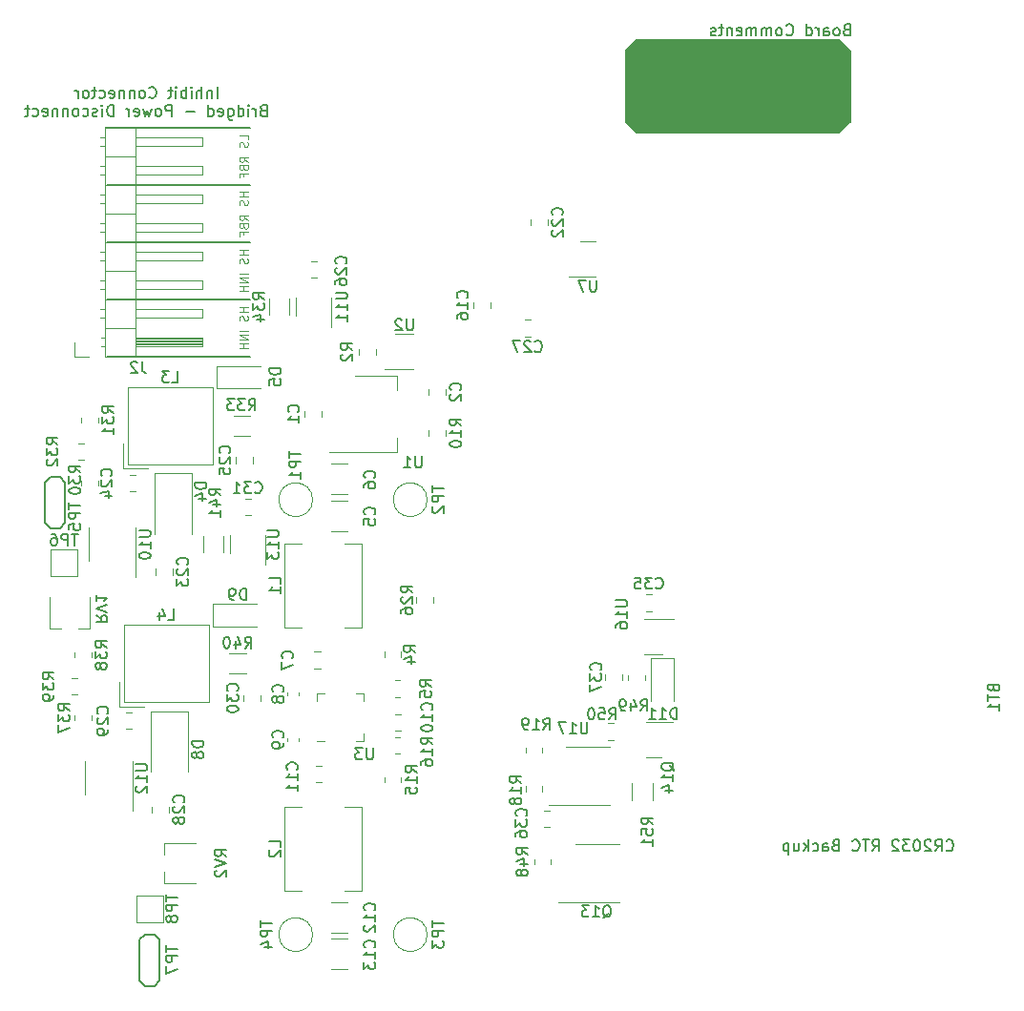
<source format=gbr>
%TF.GenerationSoftware,KiCad,Pcbnew,6.0.10*%
%TF.CreationDate,2023-01-10T19:36:31-05:00*%
%TF.ProjectId,piridium-bus,70697269-6469-4756-9d2d-6275732e6b69,rev?*%
%TF.SameCoordinates,Original*%
%TF.FileFunction,Legend,Bot*%
%TF.FilePolarity,Positive*%
%FSLAX46Y46*%
G04 Gerber Fmt 4.6, Leading zero omitted, Abs format (unit mm)*
G04 Created by KiCad (PCBNEW 6.0.10) date 2023-01-10 19:36:31*
%MOMM*%
%LPD*%
G01*
G04 APERTURE LIST*
%ADD10C,0.150000*%
%ADD11C,0.100000*%
%ADD12C,0.120000*%
G04 APERTURE END LIST*
D10*
X109982000Y-77216000D02*
X122682000Y-77216000D01*
X109982000Y-82296000D02*
X122682000Y-82296000D01*
X109982000Y-72136000D02*
X122682000Y-72136000D01*
X109982000Y-87376000D02*
X122682000Y-87376000D01*
X109982000Y-67056000D02*
X122682000Y-67056000D01*
X119799904Y-64417380D02*
X119799904Y-63417380D01*
X119323714Y-63750714D02*
X119323714Y-64417380D01*
X119323714Y-63845952D02*
X119276095Y-63798333D01*
X119180857Y-63750714D01*
X119038000Y-63750714D01*
X118942761Y-63798333D01*
X118895142Y-63893571D01*
X118895142Y-64417380D01*
X118418952Y-64417380D02*
X118418952Y-63417380D01*
X117990380Y-64417380D02*
X117990380Y-63893571D01*
X118038000Y-63798333D01*
X118133238Y-63750714D01*
X118276095Y-63750714D01*
X118371333Y-63798333D01*
X118418952Y-63845952D01*
X117514190Y-64417380D02*
X117514190Y-63750714D01*
X117514190Y-63417380D02*
X117561809Y-63465000D01*
X117514190Y-63512619D01*
X117466571Y-63465000D01*
X117514190Y-63417380D01*
X117514190Y-63512619D01*
X117038000Y-64417380D02*
X117038000Y-63417380D01*
X117038000Y-63798333D02*
X116942761Y-63750714D01*
X116752285Y-63750714D01*
X116657047Y-63798333D01*
X116609428Y-63845952D01*
X116561809Y-63941190D01*
X116561809Y-64226904D01*
X116609428Y-64322142D01*
X116657047Y-64369761D01*
X116752285Y-64417380D01*
X116942761Y-64417380D01*
X117038000Y-64369761D01*
X116133238Y-64417380D02*
X116133238Y-63750714D01*
X116133238Y-63417380D02*
X116180857Y-63465000D01*
X116133238Y-63512619D01*
X116085619Y-63465000D01*
X116133238Y-63417380D01*
X116133238Y-63512619D01*
X115799904Y-63750714D02*
X115418952Y-63750714D01*
X115657047Y-63417380D02*
X115657047Y-64274523D01*
X115609428Y-64369761D01*
X115514190Y-64417380D01*
X115418952Y-64417380D01*
X113752285Y-64322142D02*
X113799904Y-64369761D01*
X113942761Y-64417380D01*
X114038000Y-64417380D01*
X114180857Y-64369761D01*
X114276095Y-64274523D01*
X114323714Y-64179285D01*
X114371333Y-63988809D01*
X114371333Y-63845952D01*
X114323714Y-63655476D01*
X114276095Y-63560238D01*
X114180857Y-63465000D01*
X114038000Y-63417380D01*
X113942761Y-63417380D01*
X113799904Y-63465000D01*
X113752285Y-63512619D01*
X113180857Y-64417380D02*
X113276095Y-64369761D01*
X113323714Y-64322142D01*
X113371333Y-64226904D01*
X113371333Y-63941190D01*
X113323714Y-63845952D01*
X113276095Y-63798333D01*
X113180857Y-63750714D01*
X113038000Y-63750714D01*
X112942761Y-63798333D01*
X112895142Y-63845952D01*
X112847523Y-63941190D01*
X112847523Y-64226904D01*
X112895142Y-64322142D01*
X112942761Y-64369761D01*
X113038000Y-64417380D01*
X113180857Y-64417380D01*
X112418952Y-63750714D02*
X112418952Y-64417380D01*
X112418952Y-63845952D02*
X112371333Y-63798333D01*
X112276095Y-63750714D01*
X112133238Y-63750714D01*
X112038000Y-63798333D01*
X111990380Y-63893571D01*
X111990380Y-64417380D01*
X111514190Y-63750714D02*
X111514190Y-64417380D01*
X111514190Y-63845952D02*
X111466571Y-63798333D01*
X111371333Y-63750714D01*
X111228476Y-63750714D01*
X111133238Y-63798333D01*
X111085619Y-63893571D01*
X111085619Y-64417380D01*
X110228476Y-64369761D02*
X110323714Y-64417380D01*
X110514190Y-64417380D01*
X110609428Y-64369761D01*
X110657047Y-64274523D01*
X110657047Y-63893571D01*
X110609428Y-63798333D01*
X110514190Y-63750714D01*
X110323714Y-63750714D01*
X110228476Y-63798333D01*
X110180857Y-63893571D01*
X110180857Y-63988809D01*
X110657047Y-64084047D01*
X109323714Y-64369761D02*
X109418952Y-64417380D01*
X109609428Y-64417380D01*
X109704666Y-64369761D01*
X109752285Y-64322142D01*
X109799904Y-64226904D01*
X109799904Y-63941190D01*
X109752285Y-63845952D01*
X109704666Y-63798333D01*
X109609428Y-63750714D01*
X109418952Y-63750714D01*
X109323714Y-63798333D01*
X109038000Y-63750714D02*
X108657047Y-63750714D01*
X108895142Y-63417380D02*
X108895142Y-64274523D01*
X108847523Y-64369761D01*
X108752285Y-64417380D01*
X108657047Y-64417380D01*
X108180857Y-64417380D02*
X108276095Y-64369761D01*
X108323714Y-64322142D01*
X108371333Y-64226904D01*
X108371333Y-63941190D01*
X108323714Y-63845952D01*
X108276095Y-63798333D01*
X108180857Y-63750714D01*
X108038000Y-63750714D01*
X107942761Y-63798333D01*
X107895142Y-63845952D01*
X107847523Y-63941190D01*
X107847523Y-64226904D01*
X107895142Y-64322142D01*
X107942761Y-64369761D01*
X108038000Y-64417380D01*
X108180857Y-64417380D01*
X107418952Y-64417380D02*
X107418952Y-63750714D01*
X107418952Y-63941190D02*
X107371333Y-63845952D01*
X107323714Y-63798333D01*
X107228476Y-63750714D01*
X107133238Y-63750714D01*
X123847523Y-65503571D02*
X123704666Y-65551190D01*
X123657047Y-65598809D01*
X123609428Y-65694047D01*
X123609428Y-65836904D01*
X123657047Y-65932142D01*
X123704666Y-65979761D01*
X123799904Y-66027380D01*
X124180857Y-66027380D01*
X124180857Y-65027380D01*
X123847523Y-65027380D01*
X123752285Y-65075000D01*
X123704666Y-65122619D01*
X123657047Y-65217857D01*
X123657047Y-65313095D01*
X123704666Y-65408333D01*
X123752285Y-65455952D01*
X123847523Y-65503571D01*
X124180857Y-65503571D01*
X123180857Y-66027380D02*
X123180857Y-65360714D01*
X123180857Y-65551190D02*
X123133238Y-65455952D01*
X123085619Y-65408333D01*
X122990380Y-65360714D01*
X122895142Y-65360714D01*
X122561809Y-66027380D02*
X122561809Y-65360714D01*
X122561809Y-65027380D02*
X122609428Y-65075000D01*
X122561809Y-65122619D01*
X122514190Y-65075000D01*
X122561809Y-65027380D01*
X122561809Y-65122619D01*
X121657047Y-66027380D02*
X121657047Y-65027380D01*
X121657047Y-65979761D02*
X121752285Y-66027380D01*
X121942761Y-66027380D01*
X122037999Y-65979761D01*
X122085619Y-65932142D01*
X122133238Y-65836904D01*
X122133238Y-65551190D01*
X122085619Y-65455952D01*
X122037999Y-65408333D01*
X121942761Y-65360714D01*
X121752285Y-65360714D01*
X121657047Y-65408333D01*
X120752285Y-65360714D02*
X120752285Y-66170238D01*
X120799904Y-66265476D01*
X120847523Y-66313095D01*
X120942761Y-66360714D01*
X121085619Y-66360714D01*
X121180857Y-66313095D01*
X120752285Y-65979761D02*
X120847523Y-66027380D01*
X121038000Y-66027380D01*
X121133238Y-65979761D01*
X121180857Y-65932142D01*
X121228476Y-65836904D01*
X121228476Y-65551190D01*
X121180857Y-65455952D01*
X121133238Y-65408333D01*
X121038000Y-65360714D01*
X120847523Y-65360714D01*
X120752285Y-65408333D01*
X119895142Y-65979761D02*
X119990380Y-66027380D01*
X120180857Y-66027380D01*
X120276095Y-65979761D01*
X120323714Y-65884523D01*
X120323714Y-65503571D01*
X120276095Y-65408333D01*
X120180857Y-65360714D01*
X119990380Y-65360714D01*
X119895142Y-65408333D01*
X119847523Y-65503571D01*
X119847523Y-65598809D01*
X120323714Y-65694047D01*
X118990380Y-66027380D02*
X118990380Y-65027380D01*
X118990380Y-65979761D02*
X119085619Y-66027380D01*
X119276095Y-66027380D01*
X119371333Y-65979761D01*
X119418952Y-65932142D01*
X119466571Y-65836904D01*
X119466571Y-65551190D01*
X119418952Y-65455952D01*
X119371333Y-65408333D01*
X119276095Y-65360714D01*
X119085619Y-65360714D01*
X118990380Y-65408333D01*
X117752285Y-65646428D02*
X116990380Y-65646428D01*
X115752285Y-66027380D02*
X115752285Y-65027380D01*
X115371333Y-65027380D01*
X115276095Y-65075000D01*
X115228476Y-65122619D01*
X115180857Y-65217857D01*
X115180857Y-65360714D01*
X115228476Y-65455952D01*
X115276095Y-65503571D01*
X115371333Y-65551190D01*
X115752285Y-65551190D01*
X114609428Y-66027380D02*
X114704666Y-65979761D01*
X114752285Y-65932142D01*
X114799904Y-65836904D01*
X114799904Y-65551190D01*
X114752285Y-65455952D01*
X114704666Y-65408333D01*
X114609428Y-65360714D01*
X114466571Y-65360714D01*
X114371333Y-65408333D01*
X114323714Y-65455952D01*
X114276095Y-65551190D01*
X114276095Y-65836904D01*
X114323714Y-65932142D01*
X114371333Y-65979761D01*
X114466571Y-66027380D01*
X114609428Y-66027380D01*
X113942761Y-65360714D02*
X113752285Y-66027380D01*
X113561809Y-65551190D01*
X113371333Y-66027380D01*
X113180857Y-65360714D01*
X112418952Y-65979761D02*
X112514190Y-66027380D01*
X112704666Y-66027380D01*
X112799904Y-65979761D01*
X112847523Y-65884523D01*
X112847523Y-65503571D01*
X112799904Y-65408333D01*
X112704666Y-65360714D01*
X112514190Y-65360714D01*
X112418952Y-65408333D01*
X112371333Y-65503571D01*
X112371333Y-65598809D01*
X112847523Y-65694047D01*
X111942761Y-66027380D02*
X111942761Y-65360714D01*
X111942761Y-65551190D02*
X111895142Y-65455952D01*
X111847523Y-65408333D01*
X111752285Y-65360714D01*
X111657047Y-65360714D01*
X110561809Y-66027380D02*
X110561809Y-65027380D01*
X110323714Y-65027380D01*
X110180857Y-65075000D01*
X110085619Y-65170238D01*
X110038000Y-65265476D01*
X109990380Y-65455952D01*
X109990380Y-65598809D01*
X110038000Y-65789285D01*
X110085619Y-65884523D01*
X110180857Y-65979761D01*
X110323714Y-66027380D01*
X110561809Y-66027380D01*
X109561809Y-66027380D02*
X109561809Y-65360714D01*
X109561809Y-65027380D02*
X109609428Y-65075000D01*
X109561809Y-65122619D01*
X109514190Y-65075000D01*
X109561809Y-65027380D01*
X109561809Y-65122619D01*
X109133238Y-65979761D02*
X109038000Y-66027380D01*
X108847523Y-66027380D01*
X108752285Y-65979761D01*
X108704666Y-65884523D01*
X108704666Y-65836904D01*
X108752285Y-65741666D01*
X108847523Y-65694047D01*
X108990380Y-65694047D01*
X109085619Y-65646428D01*
X109133238Y-65551190D01*
X109133238Y-65503571D01*
X109085619Y-65408333D01*
X108990380Y-65360714D01*
X108847523Y-65360714D01*
X108752285Y-65408333D01*
X107847523Y-65979761D02*
X107942761Y-66027380D01*
X108133238Y-66027380D01*
X108228476Y-65979761D01*
X108276095Y-65932142D01*
X108323714Y-65836904D01*
X108323714Y-65551190D01*
X108276095Y-65455952D01*
X108228476Y-65408333D01*
X108133238Y-65360714D01*
X107942761Y-65360714D01*
X107847523Y-65408333D01*
X107276095Y-66027380D02*
X107371333Y-65979761D01*
X107418952Y-65932142D01*
X107466571Y-65836904D01*
X107466571Y-65551190D01*
X107418952Y-65455952D01*
X107371333Y-65408333D01*
X107276095Y-65360714D01*
X107133238Y-65360714D01*
X107038000Y-65408333D01*
X106990380Y-65455952D01*
X106942761Y-65551190D01*
X106942761Y-65836904D01*
X106990380Y-65932142D01*
X107038000Y-65979761D01*
X107133238Y-66027380D01*
X107276095Y-66027380D01*
X106514190Y-65360714D02*
X106514190Y-66027380D01*
X106514190Y-65455952D02*
X106466571Y-65408333D01*
X106371333Y-65360714D01*
X106228476Y-65360714D01*
X106133238Y-65408333D01*
X106085619Y-65503571D01*
X106085619Y-66027380D01*
X105609428Y-65360714D02*
X105609428Y-66027380D01*
X105609428Y-65455952D02*
X105561809Y-65408333D01*
X105466571Y-65360714D01*
X105323714Y-65360714D01*
X105228476Y-65408333D01*
X105180857Y-65503571D01*
X105180857Y-66027380D01*
X104323714Y-65979761D02*
X104418952Y-66027380D01*
X104609428Y-66027380D01*
X104704666Y-65979761D01*
X104752285Y-65884523D01*
X104752285Y-65503571D01*
X104704666Y-65408333D01*
X104609428Y-65360714D01*
X104418952Y-65360714D01*
X104323714Y-65408333D01*
X104276095Y-65503571D01*
X104276095Y-65598809D01*
X104752285Y-65694047D01*
X103418952Y-65979761D02*
X103514190Y-66027380D01*
X103704666Y-66027380D01*
X103799904Y-65979761D01*
X103847523Y-65932142D01*
X103895142Y-65836904D01*
X103895142Y-65551190D01*
X103847523Y-65455952D01*
X103799904Y-65408333D01*
X103704666Y-65360714D01*
X103514190Y-65360714D01*
X103418952Y-65408333D01*
X103133238Y-65360714D02*
X102752285Y-65360714D01*
X102990380Y-65027380D02*
X102990380Y-65884523D01*
X102942761Y-65979761D01*
X102847523Y-66027380D01*
X102752285Y-66027380D01*
D11*
X122513285Y-77934571D02*
X121763285Y-77934571D01*
X122120428Y-77934571D02*
X122120428Y-78363142D01*
X122513285Y-78363142D02*
X121763285Y-78363142D01*
X122477571Y-78684571D02*
X122513285Y-78791714D01*
X122513285Y-78970285D01*
X122477571Y-79041714D01*
X122441857Y-79077428D01*
X122370428Y-79113142D01*
X122299000Y-79113142D01*
X122227571Y-79077428D01*
X122191857Y-79041714D01*
X122156142Y-78970285D01*
X122120428Y-78827428D01*
X122084714Y-78756000D01*
X122049000Y-78720285D01*
X121977571Y-78684571D01*
X121906142Y-78684571D01*
X121834714Y-78720285D01*
X121799000Y-78756000D01*
X121763285Y-78827428D01*
X121763285Y-79006000D01*
X121799000Y-79113142D01*
X122513285Y-80006000D02*
X121763285Y-80006000D01*
X122513285Y-80363142D02*
X121763285Y-80363142D01*
X122513285Y-80791714D01*
X121763285Y-80791714D01*
X122513285Y-81148857D02*
X121763285Y-81148857D01*
X122120428Y-81148857D02*
X122120428Y-81577428D01*
X122513285Y-81577428D02*
X121763285Y-81577428D01*
X122513285Y-72747428D02*
X121763285Y-72747428D01*
X122120428Y-72747428D02*
X122120428Y-73176000D01*
X122513285Y-73176000D02*
X121763285Y-73176000D01*
X122477571Y-73497428D02*
X122513285Y-73604571D01*
X122513285Y-73783142D01*
X122477571Y-73854571D01*
X122441857Y-73890285D01*
X122370428Y-73926000D01*
X122299000Y-73926000D01*
X122227571Y-73890285D01*
X122191857Y-73854571D01*
X122156142Y-73783142D01*
X122120428Y-73640285D01*
X122084714Y-73568857D01*
X122049000Y-73533142D01*
X121977571Y-73497428D01*
X121906142Y-73497428D01*
X121834714Y-73533142D01*
X121799000Y-73568857D01*
X121763285Y-73640285D01*
X121763285Y-73818857D01*
X121799000Y-73926000D01*
X122513285Y-75247428D02*
X122156142Y-74997428D01*
X122513285Y-74818857D02*
X121763285Y-74818857D01*
X121763285Y-75104571D01*
X121799000Y-75176000D01*
X121834714Y-75211714D01*
X121906142Y-75247428D01*
X122013285Y-75247428D01*
X122084714Y-75211714D01*
X122120428Y-75176000D01*
X122156142Y-75104571D01*
X122156142Y-74818857D01*
X122120428Y-75818857D02*
X122156142Y-75926000D01*
X122191857Y-75961714D01*
X122263285Y-75997428D01*
X122370428Y-75997428D01*
X122441857Y-75961714D01*
X122477571Y-75926000D01*
X122513285Y-75854571D01*
X122513285Y-75568857D01*
X121763285Y-75568857D01*
X121763285Y-75818857D01*
X121799000Y-75890285D01*
X121834714Y-75926000D01*
X121906142Y-75961714D01*
X121977571Y-75961714D01*
X122049000Y-75926000D01*
X122084714Y-75890285D01*
X122120428Y-75818857D01*
X122120428Y-75568857D01*
X122120428Y-76568857D02*
X122120428Y-76318857D01*
X122513285Y-76318857D02*
X121763285Y-76318857D01*
X121763285Y-76676000D01*
X122513285Y-83014571D02*
X121763285Y-83014571D01*
X122120428Y-83014571D02*
X122120428Y-83443142D01*
X122513285Y-83443142D02*
X121763285Y-83443142D01*
X122477571Y-83764571D02*
X122513285Y-83871714D01*
X122513285Y-84050285D01*
X122477571Y-84121714D01*
X122441857Y-84157428D01*
X122370428Y-84193142D01*
X122299000Y-84193142D01*
X122227571Y-84157428D01*
X122191857Y-84121714D01*
X122156142Y-84050285D01*
X122120428Y-83907428D01*
X122084714Y-83836000D01*
X122049000Y-83800285D01*
X121977571Y-83764571D01*
X121906142Y-83764571D01*
X121834714Y-83800285D01*
X121799000Y-83836000D01*
X121763285Y-83907428D01*
X121763285Y-84086000D01*
X121799000Y-84193142D01*
X122513285Y-85086000D02*
X121763285Y-85086000D01*
X122513285Y-85443142D02*
X121763285Y-85443142D01*
X122513285Y-85871714D01*
X121763285Y-85871714D01*
X122513285Y-86228857D02*
X121763285Y-86228857D01*
X122120428Y-86228857D02*
X122120428Y-86657428D01*
X122513285Y-86657428D02*
X121763285Y-86657428D01*
D10*
X184474571Y-131167142D02*
X184522190Y-131214761D01*
X184665047Y-131262380D01*
X184760285Y-131262380D01*
X184903142Y-131214761D01*
X184998380Y-131119523D01*
X185046000Y-131024285D01*
X185093619Y-130833809D01*
X185093619Y-130690952D01*
X185046000Y-130500476D01*
X184998380Y-130405238D01*
X184903142Y-130310000D01*
X184760285Y-130262380D01*
X184665047Y-130262380D01*
X184522190Y-130310000D01*
X184474571Y-130357619D01*
X183474571Y-131262380D02*
X183807904Y-130786190D01*
X184046000Y-131262380D02*
X184046000Y-130262380D01*
X183665047Y-130262380D01*
X183569809Y-130310000D01*
X183522190Y-130357619D01*
X183474571Y-130452857D01*
X183474571Y-130595714D01*
X183522190Y-130690952D01*
X183569809Y-130738571D01*
X183665047Y-130786190D01*
X184046000Y-130786190D01*
X183093619Y-130357619D02*
X183046000Y-130310000D01*
X182950761Y-130262380D01*
X182712666Y-130262380D01*
X182617428Y-130310000D01*
X182569809Y-130357619D01*
X182522190Y-130452857D01*
X182522190Y-130548095D01*
X182569809Y-130690952D01*
X183141238Y-131262380D01*
X182522190Y-131262380D01*
X181903142Y-130262380D02*
X181807904Y-130262380D01*
X181712666Y-130310000D01*
X181665047Y-130357619D01*
X181617428Y-130452857D01*
X181569809Y-130643333D01*
X181569809Y-130881428D01*
X181617428Y-131071904D01*
X181665047Y-131167142D01*
X181712666Y-131214761D01*
X181807904Y-131262380D01*
X181903142Y-131262380D01*
X181998380Y-131214761D01*
X182046000Y-131167142D01*
X182093619Y-131071904D01*
X182141238Y-130881428D01*
X182141238Y-130643333D01*
X182093619Y-130452857D01*
X182046000Y-130357619D01*
X181998380Y-130310000D01*
X181903142Y-130262380D01*
X181236476Y-130262380D02*
X180617428Y-130262380D01*
X180950761Y-130643333D01*
X180807904Y-130643333D01*
X180712666Y-130690952D01*
X180665047Y-130738571D01*
X180617428Y-130833809D01*
X180617428Y-131071904D01*
X180665047Y-131167142D01*
X180712666Y-131214761D01*
X180807904Y-131262380D01*
X181093619Y-131262380D01*
X181188857Y-131214761D01*
X181236476Y-131167142D01*
X180236476Y-130357619D02*
X180188857Y-130310000D01*
X180093619Y-130262380D01*
X179855523Y-130262380D01*
X179760285Y-130310000D01*
X179712666Y-130357619D01*
X179665047Y-130452857D01*
X179665047Y-130548095D01*
X179712666Y-130690952D01*
X180284095Y-131262380D01*
X179665047Y-131262380D01*
X177903142Y-131262380D02*
X178236476Y-130786190D01*
X178474571Y-131262380D02*
X178474571Y-130262380D01*
X178093619Y-130262380D01*
X177998380Y-130310000D01*
X177950761Y-130357619D01*
X177903142Y-130452857D01*
X177903142Y-130595714D01*
X177950761Y-130690952D01*
X177998380Y-130738571D01*
X178093619Y-130786190D01*
X178474571Y-130786190D01*
X177617428Y-130262380D02*
X177046000Y-130262380D01*
X177331714Y-131262380D02*
X177331714Y-130262380D01*
X176141238Y-131167142D02*
X176188857Y-131214761D01*
X176331714Y-131262380D01*
X176426952Y-131262380D01*
X176569809Y-131214761D01*
X176665047Y-131119523D01*
X176712666Y-131024285D01*
X176760285Y-130833809D01*
X176760285Y-130690952D01*
X176712666Y-130500476D01*
X176665047Y-130405238D01*
X176569809Y-130310000D01*
X176426952Y-130262380D01*
X176331714Y-130262380D01*
X176188857Y-130310000D01*
X176141238Y-130357619D01*
X174617428Y-130738571D02*
X174474571Y-130786190D01*
X174426952Y-130833809D01*
X174379333Y-130929047D01*
X174379333Y-131071904D01*
X174426952Y-131167142D01*
X174474571Y-131214761D01*
X174569809Y-131262380D01*
X174950761Y-131262380D01*
X174950761Y-130262380D01*
X174617428Y-130262380D01*
X174522190Y-130310000D01*
X174474571Y-130357619D01*
X174426952Y-130452857D01*
X174426952Y-130548095D01*
X174474571Y-130643333D01*
X174522190Y-130690952D01*
X174617428Y-130738571D01*
X174950761Y-130738571D01*
X173522190Y-131262380D02*
X173522190Y-130738571D01*
X173569809Y-130643333D01*
X173665047Y-130595714D01*
X173855523Y-130595714D01*
X173950761Y-130643333D01*
X173522190Y-131214761D02*
X173617428Y-131262380D01*
X173855523Y-131262380D01*
X173950761Y-131214761D01*
X173998380Y-131119523D01*
X173998380Y-131024285D01*
X173950761Y-130929047D01*
X173855523Y-130881428D01*
X173617428Y-130881428D01*
X173522190Y-130833809D01*
X172617428Y-131214761D02*
X172712666Y-131262380D01*
X172903142Y-131262380D01*
X172998380Y-131214761D01*
X173046000Y-131167142D01*
X173093619Y-131071904D01*
X173093619Y-130786190D01*
X173046000Y-130690952D01*
X172998380Y-130643333D01*
X172903142Y-130595714D01*
X172712666Y-130595714D01*
X172617428Y-130643333D01*
X172188857Y-131262380D02*
X172188857Y-130262380D01*
X172093619Y-130881428D02*
X171807904Y-131262380D01*
X171807904Y-130595714D02*
X172188857Y-130976666D01*
X170950761Y-130595714D02*
X170950761Y-131262380D01*
X171379333Y-130595714D02*
X171379333Y-131119523D01*
X171331714Y-131214761D01*
X171236476Y-131262380D01*
X171093619Y-131262380D01*
X170998380Y-131214761D01*
X170950761Y-131167142D01*
X170474571Y-130595714D02*
X170474571Y-131595714D01*
X170474571Y-130643333D02*
X170379333Y-130595714D01*
X170188857Y-130595714D01*
X170093619Y-130643333D01*
X170046000Y-130690952D01*
X169998380Y-130786190D01*
X169998380Y-131071904D01*
X170046000Y-131167142D01*
X170093619Y-131214761D01*
X170188857Y-131262380D01*
X170379333Y-131262380D01*
X170474571Y-131214761D01*
D11*
X122513285Y-68113857D02*
X122513285Y-67756714D01*
X121763285Y-67756714D01*
X122477571Y-68328142D02*
X122513285Y-68435285D01*
X122513285Y-68613857D01*
X122477571Y-68685285D01*
X122441857Y-68721000D01*
X122370428Y-68756714D01*
X122299000Y-68756714D01*
X122227571Y-68721000D01*
X122191857Y-68685285D01*
X122156142Y-68613857D01*
X122120428Y-68471000D01*
X122084714Y-68399571D01*
X122049000Y-68363857D01*
X121977571Y-68328142D01*
X121906142Y-68328142D01*
X121834714Y-68363857D01*
X121799000Y-68399571D01*
X121763285Y-68471000D01*
X121763285Y-68649571D01*
X121799000Y-68756714D01*
X122513285Y-70078142D02*
X122156142Y-69828142D01*
X122513285Y-69649571D02*
X121763285Y-69649571D01*
X121763285Y-69935285D01*
X121799000Y-70006714D01*
X121834714Y-70042428D01*
X121906142Y-70078142D01*
X122013285Y-70078142D01*
X122084714Y-70042428D01*
X122120428Y-70006714D01*
X122156142Y-69935285D01*
X122156142Y-69649571D01*
X122120428Y-70649571D02*
X122156142Y-70756714D01*
X122191857Y-70792428D01*
X122263285Y-70828142D01*
X122370428Y-70828142D01*
X122441857Y-70792428D01*
X122477571Y-70756714D01*
X122513285Y-70685285D01*
X122513285Y-70399571D01*
X121763285Y-70399571D01*
X121763285Y-70649571D01*
X121799000Y-70721000D01*
X121834714Y-70756714D01*
X121906142Y-70792428D01*
X121977571Y-70792428D01*
X122049000Y-70756714D01*
X122084714Y-70721000D01*
X122120428Y-70649571D01*
X122120428Y-70399571D01*
X122120428Y-71399571D02*
X122120428Y-71149571D01*
X122513285Y-71149571D02*
X121763285Y-71149571D01*
X121763285Y-71506714D01*
D10*
X175607071Y-58348571D02*
X175464214Y-58396190D01*
X175416595Y-58443809D01*
X175368976Y-58539047D01*
X175368976Y-58681904D01*
X175416595Y-58777142D01*
X175464214Y-58824761D01*
X175559452Y-58872380D01*
X175940404Y-58872380D01*
X175940404Y-57872380D01*
X175607071Y-57872380D01*
X175511833Y-57920000D01*
X175464214Y-57967619D01*
X175416595Y-58062857D01*
X175416595Y-58158095D01*
X175464214Y-58253333D01*
X175511833Y-58300952D01*
X175607071Y-58348571D01*
X175940404Y-58348571D01*
X174797547Y-58872380D02*
X174892785Y-58824761D01*
X174940404Y-58777142D01*
X174988023Y-58681904D01*
X174988023Y-58396190D01*
X174940404Y-58300952D01*
X174892785Y-58253333D01*
X174797547Y-58205714D01*
X174654690Y-58205714D01*
X174559452Y-58253333D01*
X174511833Y-58300952D01*
X174464214Y-58396190D01*
X174464214Y-58681904D01*
X174511833Y-58777142D01*
X174559452Y-58824761D01*
X174654690Y-58872380D01*
X174797547Y-58872380D01*
X173607071Y-58872380D02*
X173607071Y-58348571D01*
X173654690Y-58253333D01*
X173749928Y-58205714D01*
X173940404Y-58205714D01*
X174035642Y-58253333D01*
X173607071Y-58824761D02*
X173702309Y-58872380D01*
X173940404Y-58872380D01*
X174035642Y-58824761D01*
X174083261Y-58729523D01*
X174083261Y-58634285D01*
X174035642Y-58539047D01*
X173940404Y-58491428D01*
X173702309Y-58491428D01*
X173607071Y-58443809D01*
X173130880Y-58872380D02*
X173130880Y-58205714D01*
X173130880Y-58396190D02*
X173083261Y-58300952D01*
X173035642Y-58253333D01*
X172940404Y-58205714D01*
X172845166Y-58205714D01*
X172083261Y-58872380D02*
X172083261Y-57872380D01*
X172083261Y-58824761D02*
X172178500Y-58872380D01*
X172368976Y-58872380D01*
X172464214Y-58824761D01*
X172511833Y-58777142D01*
X172559452Y-58681904D01*
X172559452Y-58396190D01*
X172511833Y-58300952D01*
X172464214Y-58253333D01*
X172368976Y-58205714D01*
X172178500Y-58205714D01*
X172083261Y-58253333D01*
X170273738Y-58777142D02*
X170321357Y-58824761D01*
X170464214Y-58872380D01*
X170559452Y-58872380D01*
X170702309Y-58824761D01*
X170797547Y-58729523D01*
X170845166Y-58634285D01*
X170892785Y-58443809D01*
X170892785Y-58300952D01*
X170845166Y-58110476D01*
X170797547Y-58015238D01*
X170702309Y-57920000D01*
X170559452Y-57872380D01*
X170464214Y-57872380D01*
X170321357Y-57920000D01*
X170273738Y-57967619D01*
X169702309Y-58872380D02*
X169797547Y-58824761D01*
X169845166Y-58777142D01*
X169892785Y-58681904D01*
X169892785Y-58396190D01*
X169845166Y-58300952D01*
X169797547Y-58253333D01*
X169702309Y-58205714D01*
X169559452Y-58205714D01*
X169464214Y-58253333D01*
X169416595Y-58300952D01*
X169368976Y-58396190D01*
X169368976Y-58681904D01*
X169416595Y-58777142D01*
X169464214Y-58824761D01*
X169559452Y-58872380D01*
X169702309Y-58872380D01*
X168940404Y-58872380D02*
X168940404Y-58205714D01*
X168940404Y-58300952D02*
X168892785Y-58253333D01*
X168797547Y-58205714D01*
X168654690Y-58205714D01*
X168559452Y-58253333D01*
X168511833Y-58348571D01*
X168511833Y-58872380D01*
X168511833Y-58348571D02*
X168464214Y-58253333D01*
X168368976Y-58205714D01*
X168226119Y-58205714D01*
X168130880Y-58253333D01*
X168083261Y-58348571D01*
X168083261Y-58872380D01*
X167607071Y-58872380D02*
X167607071Y-58205714D01*
X167607071Y-58300952D02*
X167559452Y-58253333D01*
X167464214Y-58205714D01*
X167321357Y-58205714D01*
X167226119Y-58253333D01*
X167178500Y-58348571D01*
X167178500Y-58872380D01*
X167178500Y-58348571D02*
X167130880Y-58253333D01*
X167035642Y-58205714D01*
X166892785Y-58205714D01*
X166797547Y-58253333D01*
X166749928Y-58348571D01*
X166749928Y-58872380D01*
X165892785Y-58824761D02*
X165988023Y-58872380D01*
X166178500Y-58872380D01*
X166273738Y-58824761D01*
X166321357Y-58729523D01*
X166321357Y-58348571D01*
X166273738Y-58253333D01*
X166178500Y-58205714D01*
X165988023Y-58205714D01*
X165892785Y-58253333D01*
X165845166Y-58348571D01*
X165845166Y-58443809D01*
X166321357Y-58539047D01*
X165416595Y-58205714D02*
X165416595Y-58872380D01*
X165416595Y-58300952D02*
X165368976Y-58253333D01*
X165273738Y-58205714D01*
X165130880Y-58205714D01*
X165035642Y-58253333D01*
X164988023Y-58348571D01*
X164988023Y-58872380D01*
X164654690Y-58205714D02*
X164273738Y-58205714D01*
X164511833Y-57872380D02*
X164511833Y-58729523D01*
X164464214Y-58824761D01*
X164368976Y-58872380D01*
X164273738Y-58872380D01*
X163988023Y-58824761D02*
X163892785Y-58872380D01*
X163702309Y-58872380D01*
X163607071Y-58824761D01*
X163559452Y-58729523D01*
X163559452Y-58681904D01*
X163607071Y-58586666D01*
X163702309Y-58539047D01*
X163845166Y-58539047D01*
X163940404Y-58491428D01*
X163988023Y-58396190D01*
X163988023Y-58348571D01*
X163940404Y-58253333D01*
X163845166Y-58205714D01*
X163702309Y-58205714D01*
X163607071Y-58253333D01*
%TO.C,U17*%
X152622095Y-119848380D02*
X152622095Y-120657904D01*
X152574476Y-120753142D01*
X152526857Y-120800761D01*
X152431619Y-120848380D01*
X152241142Y-120848380D01*
X152145904Y-120800761D01*
X152098285Y-120753142D01*
X152050666Y-120657904D01*
X152050666Y-119848380D01*
X151050666Y-120848380D02*
X151622095Y-120848380D01*
X151336380Y-120848380D02*
X151336380Y-119848380D01*
X151431619Y-119991238D01*
X151526857Y-120086476D01*
X151622095Y-120134095D01*
X150717333Y-119848380D02*
X150050666Y-119848380D01*
X150479238Y-120848380D01*
%TO.C,R30*%
X107640380Y-97655142D02*
X107164190Y-97321809D01*
X107640380Y-97083714D02*
X106640380Y-97083714D01*
X106640380Y-97464666D01*
X106688000Y-97559904D01*
X106735619Y-97607523D01*
X106830857Y-97655142D01*
X106973714Y-97655142D01*
X107068952Y-97607523D01*
X107116571Y-97559904D01*
X107164190Y-97464666D01*
X107164190Y-97083714D01*
X106640380Y-97988476D02*
X106640380Y-98607523D01*
X107021333Y-98274190D01*
X107021333Y-98417047D01*
X107068952Y-98512285D01*
X107116571Y-98559904D01*
X107211809Y-98607523D01*
X107449904Y-98607523D01*
X107545142Y-98559904D01*
X107592761Y-98512285D01*
X107640380Y-98417047D01*
X107640380Y-98131333D01*
X107592761Y-98036095D01*
X107545142Y-97988476D01*
X106640380Y-99226571D02*
X106640380Y-99321809D01*
X106688000Y-99417047D01*
X106735619Y-99464666D01*
X106830857Y-99512285D01*
X107021333Y-99559904D01*
X107259428Y-99559904D01*
X107449904Y-99512285D01*
X107545142Y-99464666D01*
X107592761Y-99417047D01*
X107640380Y-99321809D01*
X107640380Y-99226571D01*
X107592761Y-99131333D01*
X107545142Y-99083714D01*
X107449904Y-99036095D01*
X107259428Y-98988476D01*
X107021333Y-98988476D01*
X106830857Y-99036095D01*
X106735619Y-99083714D01*
X106688000Y-99131333D01*
X106640380Y-99226571D01*
%TO.C,D9*%
X122338095Y-108976380D02*
X122338095Y-107976380D01*
X122100000Y-107976380D01*
X121957142Y-108024000D01*
X121861904Y-108119238D01*
X121814285Y-108214476D01*
X121766666Y-108404952D01*
X121766666Y-108547809D01*
X121814285Y-108738285D01*
X121861904Y-108833523D01*
X121957142Y-108928761D01*
X122100000Y-108976380D01*
X122338095Y-108976380D01*
X121290476Y-108976380D02*
X121100000Y-108976380D01*
X121004761Y-108928761D01*
X120957142Y-108881142D01*
X120861904Y-108738285D01*
X120814285Y-108547809D01*
X120814285Y-108166857D01*
X120861904Y-108071619D01*
X120909523Y-108024000D01*
X121004761Y-107976380D01*
X121195238Y-107976380D01*
X121290476Y-108024000D01*
X121338095Y-108071619D01*
X121385714Y-108166857D01*
X121385714Y-108404952D01*
X121338095Y-108500190D01*
X121290476Y-108547809D01*
X121195238Y-108595428D01*
X121004761Y-108595428D01*
X120909523Y-108547809D01*
X120861904Y-108500190D01*
X120814285Y-108404952D01*
%TO.C,R15*%
X137479380Y-124278142D02*
X137003190Y-123944809D01*
X137479380Y-123706714D02*
X136479380Y-123706714D01*
X136479380Y-124087666D01*
X136527000Y-124182904D01*
X136574619Y-124230523D01*
X136669857Y-124278142D01*
X136812714Y-124278142D01*
X136907952Y-124230523D01*
X136955571Y-124182904D01*
X137003190Y-124087666D01*
X137003190Y-123706714D01*
X137479380Y-125230523D02*
X137479380Y-124659095D01*
X137479380Y-124944809D02*
X136479380Y-124944809D01*
X136622238Y-124849571D01*
X136717476Y-124754333D01*
X136765095Y-124659095D01*
X136479380Y-126135285D02*
X136479380Y-125659095D01*
X136955571Y-125611476D01*
X136907952Y-125659095D01*
X136860333Y-125754333D01*
X136860333Y-125992428D01*
X136907952Y-126087666D01*
X136955571Y-126135285D01*
X137050809Y-126182904D01*
X137288904Y-126182904D01*
X137384142Y-126135285D01*
X137431761Y-126087666D01*
X137479380Y-125992428D01*
X137479380Y-125754333D01*
X137431761Y-125659095D01*
X137384142Y-125611476D01*
%TO.C,R51*%
X158440380Y-128897142D02*
X157964190Y-128563809D01*
X158440380Y-128325714D02*
X157440380Y-128325714D01*
X157440380Y-128706666D01*
X157488000Y-128801904D01*
X157535619Y-128849523D01*
X157630857Y-128897142D01*
X157773714Y-128897142D01*
X157868952Y-128849523D01*
X157916571Y-128801904D01*
X157964190Y-128706666D01*
X157964190Y-128325714D01*
X157440380Y-129801904D02*
X157440380Y-129325714D01*
X157916571Y-129278095D01*
X157868952Y-129325714D01*
X157821333Y-129420952D01*
X157821333Y-129659047D01*
X157868952Y-129754285D01*
X157916571Y-129801904D01*
X158011809Y-129849523D01*
X158249904Y-129849523D01*
X158345142Y-129801904D01*
X158392761Y-129754285D01*
X158440380Y-129659047D01*
X158440380Y-129420952D01*
X158392761Y-129325714D01*
X158345142Y-129278095D01*
X158440380Y-130801904D02*
X158440380Y-130230476D01*
X158440380Y-130516190D02*
X157440380Y-130516190D01*
X157583238Y-130420952D01*
X157678476Y-130325714D01*
X157726095Y-130230476D01*
%TO.C,R48*%
X147329380Y-131564142D02*
X146853190Y-131230809D01*
X147329380Y-130992714D02*
X146329380Y-130992714D01*
X146329380Y-131373666D01*
X146377000Y-131468904D01*
X146424619Y-131516523D01*
X146519857Y-131564142D01*
X146662714Y-131564142D01*
X146757952Y-131516523D01*
X146805571Y-131468904D01*
X146853190Y-131373666D01*
X146853190Y-130992714D01*
X146662714Y-132421285D02*
X147329380Y-132421285D01*
X146281761Y-132183190D02*
X146996047Y-131945095D01*
X146996047Y-132564142D01*
X146757952Y-133087952D02*
X146710333Y-132992714D01*
X146662714Y-132945095D01*
X146567476Y-132897476D01*
X146519857Y-132897476D01*
X146424619Y-132945095D01*
X146377000Y-132992714D01*
X146329380Y-133087952D01*
X146329380Y-133278428D01*
X146377000Y-133373666D01*
X146424619Y-133421285D01*
X146519857Y-133468904D01*
X146567476Y-133468904D01*
X146662714Y-133421285D01*
X146710333Y-133373666D01*
X146757952Y-133278428D01*
X146757952Y-133087952D01*
X146805571Y-132992714D01*
X146853190Y-132945095D01*
X146948428Y-132897476D01*
X147138904Y-132897476D01*
X147234142Y-132945095D01*
X147281761Y-132992714D01*
X147329380Y-133087952D01*
X147329380Y-133278428D01*
X147281761Y-133373666D01*
X147234142Y-133421285D01*
X147138904Y-133468904D01*
X146948428Y-133468904D01*
X146853190Y-133421285D01*
X146805571Y-133373666D01*
X146757952Y-133278428D01*
%TO.C,U3*%
X133603904Y-122134380D02*
X133603904Y-122943904D01*
X133556285Y-123039142D01*
X133508666Y-123086761D01*
X133413428Y-123134380D01*
X133222952Y-123134380D01*
X133127714Y-123086761D01*
X133080095Y-123039142D01*
X133032476Y-122943904D01*
X133032476Y-122134380D01*
X132651523Y-122134380D02*
X132032476Y-122134380D01*
X132365809Y-122515333D01*
X132222952Y-122515333D01*
X132127714Y-122562952D01*
X132080095Y-122610571D01*
X132032476Y-122705809D01*
X132032476Y-122943904D01*
X132080095Y-123039142D01*
X132127714Y-123086761D01*
X132222952Y-123134380D01*
X132508666Y-123134380D01*
X132603904Y-123086761D01*
X132651523Y-123039142D01*
%TO.C,R34*%
X123962380Y-82282642D02*
X123486190Y-81949309D01*
X123962380Y-81711214D02*
X122962380Y-81711214D01*
X122962380Y-82092166D01*
X123010000Y-82187404D01*
X123057619Y-82235023D01*
X123152857Y-82282642D01*
X123295714Y-82282642D01*
X123390952Y-82235023D01*
X123438571Y-82187404D01*
X123486190Y-82092166D01*
X123486190Y-81711214D01*
X122962380Y-82615976D02*
X122962380Y-83235023D01*
X123343333Y-82901690D01*
X123343333Y-83044547D01*
X123390952Y-83139785D01*
X123438571Y-83187404D01*
X123533809Y-83235023D01*
X123771904Y-83235023D01*
X123867142Y-83187404D01*
X123914761Y-83139785D01*
X123962380Y-83044547D01*
X123962380Y-82758833D01*
X123914761Y-82663595D01*
X123867142Y-82615976D01*
X123295714Y-84092166D02*
X123962380Y-84092166D01*
X122914761Y-83854071D02*
X123629047Y-83615976D01*
X123629047Y-84235023D01*
%TO.C,C2*%
X141331142Y-90339583D02*
X141378761Y-90291964D01*
X141426380Y-90149107D01*
X141426380Y-90053869D01*
X141378761Y-89911011D01*
X141283523Y-89815773D01*
X141188285Y-89768154D01*
X140997809Y-89720535D01*
X140854952Y-89720535D01*
X140664476Y-89768154D01*
X140569238Y-89815773D01*
X140474000Y-89911011D01*
X140426380Y-90053869D01*
X140426380Y-90149107D01*
X140474000Y-90291964D01*
X140521619Y-90339583D01*
X140521619Y-90720535D02*
X140474000Y-90768154D01*
X140426380Y-90863392D01*
X140426380Y-91101488D01*
X140474000Y-91196726D01*
X140521619Y-91244345D01*
X140616857Y-91291964D01*
X140712095Y-91291964D01*
X140854952Y-91244345D01*
X141426380Y-90672916D01*
X141426380Y-91291964D01*
%TO.C,L2*%
X125379880Y-130897333D02*
X125379880Y-130421142D01*
X124379880Y-130421142D01*
X124475119Y-131183047D02*
X124427500Y-131230666D01*
X124379880Y-131325904D01*
X124379880Y-131564000D01*
X124427500Y-131659238D01*
X124475119Y-131706857D01*
X124570357Y-131754476D01*
X124665595Y-131754476D01*
X124808452Y-131706857D01*
X125379880Y-131135428D01*
X125379880Y-131754476D01*
%TO.C,R38*%
X109986380Y-113215142D02*
X109510190Y-112881809D01*
X109986380Y-112643714D02*
X108986380Y-112643714D01*
X108986380Y-113024666D01*
X109034000Y-113119904D01*
X109081619Y-113167523D01*
X109176857Y-113215142D01*
X109319714Y-113215142D01*
X109414952Y-113167523D01*
X109462571Y-113119904D01*
X109510190Y-113024666D01*
X109510190Y-112643714D01*
X108986380Y-113548476D02*
X108986380Y-114167523D01*
X109367333Y-113834190D01*
X109367333Y-113977047D01*
X109414952Y-114072285D01*
X109462571Y-114119904D01*
X109557809Y-114167523D01*
X109795904Y-114167523D01*
X109891142Y-114119904D01*
X109938761Y-114072285D01*
X109986380Y-113977047D01*
X109986380Y-113691333D01*
X109938761Y-113596095D01*
X109891142Y-113548476D01*
X109414952Y-114738952D02*
X109367333Y-114643714D01*
X109319714Y-114596095D01*
X109224476Y-114548476D01*
X109176857Y-114548476D01*
X109081619Y-114596095D01*
X109034000Y-114643714D01*
X108986380Y-114738952D01*
X108986380Y-114929428D01*
X109034000Y-115024666D01*
X109081619Y-115072285D01*
X109176857Y-115119904D01*
X109224476Y-115119904D01*
X109319714Y-115072285D01*
X109367333Y-115024666D01*
X109414952Y-114929428D01*
X109414952Y-114738952D01*
X109462571Y-114643714D01*
X109510190Y-114596095D01*
X109605428Y-114548476D01*
X109795904Y-114548476D01*
X109891142Y-114596095D01*
X109938761Y-114643714D01*
X109986380Y-114738952D01*
X109986380Y-114929428D01*
X109938761Y-115024666D01*
X109891142Y-115072285D01*
X109795904Y-115119904D01*
X109605428Y-115119904D01*
X109510190Y-115072285D01*
X109462571Y-115024666D01*
X109414952Y-114929428D01*
%TO.C,C35*%
X158696857Y-107897142D02*
X158744476Y-107944761D01*
X158887333Y-107992380D01*
X158982571Y-107992380D01*
X159125428Y-107944761D01*
X159220666Y-107849523D01*
X159268285Y-107754285D01*
X159315904Y-107563809D01*
X159315904Y-107420952D01*
X159268285Y-107230476D01*
X159220666Y-107135238D01*
X159125428Y-107040000D01*
X158982571Y-106992380D01*
X158887333Y-106992380D01*
X158744476Y-107040000D01*
X158696857Y-107087619D01*
X158363523Y-106992380D02*
X157744476Y-106992380D01*
X158077809Y-107373333D01*
X157934952Y-107373333D01*
X157839714Y-107420952D01*
X157792095Y-107468571D01*
X157744476Y-107563809D01*
X157744476Y-107801904D01*
X157792095Y-107897142D01*
X157839714Y-107944761D01*
X157934952Y-107992380D01*
X158220666Y-107992380D01*
X158315904Y-107944761D01*
X158363523Y-107897142D01*
X156839714Y-106992380D02*
X157315904Y-106992380D01*
X157363523Y-107468571D01*
X157315904Y-107420952D01*
X157220666Y-107373333D01*
X156982571Y-107373333D01*
X156887333Y-107420952D01*
X156839714Y-107468571D01*
X156792095Y-107563809D01*
X156792095Y-107801904D01*
X156839714Y-107897142D01*
X156887333Y-107944761D01*
X156982571Y-107992380D01*
X157220666Y-107992380D01*
X157315904Y-107944761D01*
X157363523Y-107897142D01*
%TO.C,C23*%
X117122642Y-105825642D02*
X117170261Y-105778023D01*
X117217880Y-105635166D01*
X117217880Y-105539928D01*
X117170261Y-105397071D01*
X117075023Y-105301833D01*
X116979785Y-105254214D01*
X116789309Y-105206595D01*
X116646452Y-105206595D01*
X116455976Y-105254214D01*
X116360738Y-105301833D01*
X116265500Y-105397071D01*
X116217880Y-105539928D01*
X116217880Y-105635166D01*
X116265500Y-105778023D01*
X116313119Y-105825642D01*
X116313119Y-106206595D02*
X116265500Y-106254214D01*
X116217880Y-106349452D01*
X116217880Y-106587547D01*
X116265500Y-106682785D01*
X116313119Y-106730404D01*
X116408357Y-106778023D01*
X116503595Y-106778023D01*
X116646452Y-106730404D01*
X117217880Y-106158976D01*
X117217880Y-106778023D01*
X116217880Y-107111357D02*
X116217880Y-107730404D01*
X116598833Y-107397071D01*
X116598833Y-107539928D01*
X116646452Y-107635166D01*
X116694071Y-107682785D01*
X116789309Y-107730404D01*
X117027404Y-107730404D01*
X117122642Y-107682785D01*
X117170261Y-107635166D01*
X117217880Y-107539928D01*
X117217880Y-107254214D01*
X117170261Y-107158976D01*
X117122642Y-107111357D01*
%TO.C,R41*%
X120086380Y-99687142D02*
X119610190Y-99353809D01*
X120086380Y-99115714D02*
X119086380Y-99115714D01*
X119086380Y-99496666D01*
X119134000Y-99591904D01*
X119181619Y-99639523D01*
X119276857Y-99687142D01*
X119419714Y-99687142D01*
X119514952Y-99639523D01*
X119562571Y-99591904D01*
X119610190Y-99496666D01*
X119610190Y-99115714D01*
X119419714Y-100544285D02*
X120086380Y-100544285D01*
X119038761Y-100306190D02*
X119753047Y-100068095D01*
X119753047Y-100687142D01*
X120086380Y-101591904D02*
X120086380Y-101020476D01*
X120086380Y-101306190D02*
X119086380Y-101306190D01*
X119229238Y-101210952D01*
X119324476Y-101115714D01*
X119372095Y-101020476D01*
%TO.C,TP6*%
X107433904Y-103118380D02*
X106862476Y-103118380D01*
X107148190Y-104118380D02*
X107148190Y-103118380D01*
X106529142Y-104118380D02*
X106529142Y-103118380D01*
X106148190Y-103118380D01*
X106052952Y-103166000D01*
X106005333Y-103213619D01*
X105957714Y-103308857D01*
X105957714Y-103451714D01*
X106005333Y-103546952D01*
X106052952Y-103594571D01*
X106148190Y-103642190D01*
X106529142Y-103642190D01*
X105100571Y-103118380D02*
X105291047Y-103118380D01*
X105386285Y-103166000D01*
X105433904Y-103213619D01*
X105529142Y-103356476D01*
X105576761Y-103546952D01*
X105576761Y-103927904D01*
X105529142Y-104023142D01*
X105481523Y-104070761D01*
X105386285Y-104118380D01*
X105195809Y-104118380D01*
X105100571Y-104070761D01*
X105052952Y-104023142D01*
X105005333Y-103927904D01*
X105005333Y-103689809D01*
X105052952Y-103594571D01*
X105100571Y-103546952D01*
X105195809Y-103499333D01*
X105386285Y-103499333D01*
X105481523Y-103546952D01*
X105529142Y-103594571D01*
X105576761Y-103689809D01*
%TO.C,R50*%
X154566857Y-119578380D02*
X154900190Y-119102190D01*
X155138285Y-119578380D02*
X155138285Y-118578380D01*
X154757333Y-118578380D01*
X154662095Y-118626000D01*
X154614476Y-118673619D01*
X154566857Y-118768857D01*
X154566857Y-118911714D01*
X154614476Y-119006952D01*
X154662095Y-119054571D01*
X154757333Y-119102190D01*
X155138285Y-119102190D01*
X153662095Y-118578380D02*
X154138285Y-118578380D01*
X154185904Y-119054571D01*
X154138285Y-119006952D01*
X154043047Y-118959333D01*
X153804952Y-118959333D01*
X153709714Y-119006952D01*
X153662095Y-119054571D01*
X153614476Y-119149809D01*
X153614476Y-119387904D01*
X153662095Y-119483142D01*
X153709714Y-119530761D01*
X153804952Y-119578380D01*
X154043047Y-119578380D01*
X154138285Y-119530761D01*
X154185904Y-119483142D01*
X152995428Y-118578380D02*
X152900190Y-118578380D01*
X152804952Y-118626000D01*
X152757333Y-118673619D01*
X152709714Y-118768857D01*
X152662095Y-118959333D01*
X152662095Y-119197428D01*
X152709714Y-119387904D01*
X152757333Y-119483142D01*
X152804952Y-119530761D01*
X152900190Y-119578380D01*
X152995428Y-119578380D01*
X153090666Y-119530761D01*
X153138285Y-119483142D01*
X153185904Y-119387904D01*
X153233523Y-119197428D01*
X153233523Y-118959333D01*
X153185904Y-118768857D01*
X153138285Y-118673619D01*
X153090666Y-118626000D01*
X152995428Y-118578380D01*
%TO.C,R39*%
X105288380Y-116009142D02*
X104812190Y-115675809D01*
X105288380Y-115437714D02*
X104288380Y-115437714D01*
X104288380Y-115818666D01*
X104336000Y-115913904D01*
X104383619Y-115961523D01*
X104478857Y-116009142D01*
X104621714Y-116009142D01*
X104716952Y-115961523D01*
X104764571Y-115913904D01*
X104812190Y-115818666D01*
X104812190Y-115437714D01*
X104288380Y-116342476D02*
X104288380Y-116961523D01*
X104669333Y-116628190D01*
X104669333Y-116771047D01*
X104716952Y-116866285D01*
X104764571Y-116913904D01*
X104859809Y-116961523D01*
X105097904Y-116961523D01*
X105193142Y-116913904D01*
X105240761Y-116866285D01*
X105288380Y-116771047D01*
X105288380Y-116485333D01*
X105240761Y-116390095D01*
X105193142Y-116342476D01*
X105288380Y-117437714D02*
X105288380Y-117628190D01*
X105240761Y-117723428D01*
X105193142Y-117771047D01*
X105050285Y-117866285D01*
X104859809Y-117913904D01*
X104478857Y-117913904D01*
X104383619Y-117866285D01*
X104336000Y-117818666D01*
X104288380Y-117723428D01*
X104288380Y-117532952D01*
X104336000Y-117437714D01*
X104383619Y-117390095D01*
X104478857Y-117342476D01*
X104716952Y-117342476D01*
X104812190Y-117390095D01*
X104859809Y-117437714D01*
X104907428Y-117532952D01*
X104907428Y-117723428D01*
X104859809Y-117818666D01*
X104812190Y-117866285D01*
X104716952Y-117913904D01*
%TO.C,U12*%
X112572380Y-123541904D02*
X113381904Y-123541904D01*
X113477142Y-123589523D01*
X113524761Y-123637142D01*
X113572380Y-123732380D01*
X113572380Y-123922857D01*
X113524761Y-124018095D01*
X113477142Y-124065714D01*
X113381904Y-124113333D01*
X112572380Y-124113333D01*
X113572380Y-125113333D02*
X113572380Y-124541904D01*
X113572380Y-124827619D02*
X112572380Y-124827619D01*
X112715238Y-124732380D01*
X112810476Y-124637142D01*
X112858095Y-124541904D01*
X112667619Y-125494285D02*
X112620000Y-125541904D01*
X112572380Y-125637142D01*
X112572380Y-125875238D01*
X112620000Y-125970476D01*
X112667619Y-126018095D01*
X112762857Y-126065714D01*
X112858095Y-126065714D01*
X113000952Y-126018095D01*
X113572380Y-125446666D01*
X113572380Y-126065714D01*
%TO.C,U16*%
X155154380Y-108997904D02*
X155963904Y-108997904D01*
X156059142Y-109045523D01*
X156106761Y-109093142D01*
X156154380Y-109188380D01*
X156154380Y-109378857D01*
X156106761Y-109474095D01*
X156059142Y-109521714D01*
X155963904Y-109569333D01*
X155154380Y-109569333D01*
X156154380Y-110569333D02*
X156154380Y-109997904D01*
X156154380Y-110283619D02*
X155154380Y-110283619D01*
X155297238Y-110188380D01*
X155392476Y-110093142D01*
X155440095Y-109997904D01*
X155154380Y-111426476D02*
X155154380Y-111236000D01*
X155202000Y-111140761D01*
X155249619Y-111093142D01*
X155392476Y-110997904D01*
X155582952Y-110950285D01*
X155963904Y-110950285D01*
X156059142Y-110997904D01*
X156106761Y-111045523D01*
X156154380Y-111140761D01*
X156154380Y-111331238D01*
X156106761Y-111426476D01*
X156059142Y-111474095D01*
X155963904Y-111521714D01*
X155725809Y-111521714D01*
X155630571Y-111474095D01*
X155582952Y-111426476D01*
X155535333Y-111331238D01*
X155535333Y-111140761D01*
X155582952Y-111045523D01*
X155630571Y-110997904D01*
X155725809Y-110950285D01*
%TO.C,C9*%
X125574142Y-121198333D02*
X125621761Y-121150714D01*
X125669380Y-121007857D01*
X125669380Y-120912619D01*
X125621761Y-120769761D01*
X125526523Y-120674523D01*
X125431285Y-120626904D01*
X125240809Y-120579285D01*
X125097952Y-120579285D01*
X124907476Y-120626904D01*
X124812238Y-120674523D01*
X124717000Y-120769761D01*
X124669380Y-120912619D01*
X124669380Y-121007857D01*
X124717000Y-121150714D01*
X124764619Y-121198333D01*
X125669380Y-121674523D02*
X125669380Y-121865000D01*
X125621761Y-121960238D01*
X125574142Y-122007857D01*
X125431285Y-122103095D01*
X125240809Y-122150714D01*
X124859857Y-122150714D01*
X124764619Y-122103095D01*
X124717000Y-122055476D01*
X124669380Y-121960238D01*
X124669380Y-121769761D01*
X124717000Y-121674523D01*
X124764619Y-121626904D01*
X124859857Y-121579285D01*
X125097952Y-121579285D01*
X125193190Y-121626904D01*
X125240809Y-121674523D01*
X125288428Y-121769761D01*
X125288428Y-121960238D01*
X125240809Y-122055476D01*
X125193190Y-122103095D01*
X125097952Y-122150714D01*
%TO.C,R26*%
X137104380Y-108323142D02*
X136628190Y-107989809D01*
X137104380Y-107751714D02*
X136104380Y-107751714D01*
X136104380Y-108132666D01*
X136152000Y-108227904D01*
X136199619Y-108275523D01*
X136294857Y-108323142D01*
X136437714Y-108323142D01*
X136532952Y-108275523D01*
X136580571Y-108227904D01*
X136628190Y-108132666D01*
X136628190Y-107751714D01*
X136199619Y-108704095D02*
X136152000Y-108751714D01*
X136104380Y-108846952D01*
X136104380Y-109085047D01*
X136152000Y-109180285D01*
X136199619Y-109227904D01*
X136294857Y-109275523D01*
X136390095Y-109275523D01*
X136532952Y-109227904D01*
X137104380Y-108656476D01*
X137104380Y-109275523D01*
X136104380Y-110132666D02*
X136104380Y-109942190D01*
X136152000Y-109846952D01*
X136199619Y-109799333D01*
X136342476Y-109704095D01*
X136532952Y-109656476D01*
X136913904Y-109656476D01*
X137009142Y-109704095D01*
X137056761Y-109751714D01*
X137104380Y-109846952D01*
X137104380Y-110037428D01*
X137056761Y-110132666D01*
X137009142Y-110180285D01*
X136913904Y-110227904D01*
X136675809Y-110227904D01*
X136580571Y-110180285D01*
X136532952Y-110132666D01*
X136485333Y-110037428D01*
X136485333Y-109846952D01*
X136532952Y-109751714D01*
X136580571Y-109704095D01*
X136675809Y-109656476D01*
%TO.C,C5*%
X133707142Y-101386333D02*
X133754761Y-101338714D01*
X133802380Y-101195857D01*
X133802380Y-101100619D01*
X133754761Y-100957761D01*
X133659523Y-100862523D01*
X133564285Y-100814904D01*
X133373809Y-100767285D01*
X133230952Y-100767285D01*
X133040476Y-100814904D01*
X132945238Y-100862523D01*
X132850000Y-100957761D01*
X132802380Y-101100619D01*
X132802380Y-101195857D01*
X132850000Y-101338714D01*
X132897619Y-101386333D01*
X132802380Y-102291095D02*
X132802380Y-101814904D01*
X133278571Y-101767285D01*
X133230952Y-101814904D01*
X133183333Y-101910142D01*
X133183333Y-102148238D01*
X133230952Y-102243476D01*
X133278571Y-102291095D01*
X133373809Y-102338714D01*
X133611904Y-102338714D01*
X133707142Y-102291095D01*
X133754761Y-102243476D01*
X133802380Y-102148238D01*
X133802380Y-101910142D01*
X133754761Y-101814904D01*
X133707142Y-101767285D01*
%TO.C,Q14*%
X160313619Y-124142571D02*
X160266000Y-124047333D01*
X160170761Y-123952095D01*
X160027904Y-123809238D01*
X159980285Y-123714000D01*
X159980285Y-123618761D01*
X160218380Y-123666380D02*
X160170761Y-123571142D01*
X160075523Y-123475904D01*
X159885047Y-123428285D01*
X159551714Y-123428285D01*
X159361238Y-123475904D01*
X159266000Y-123571142D01*
X159218380Y-123666380D01*
X159218380Y-123856857D01*
X159266000Y-123952095D01*
X159361238Y-124047333D01*
X159551714Y-124094952D01*
X159885047Y-124094952D01*
X160075523Y-124047333D01*
X160170761Y-123952095D01*
X160218380Y-123856857D01*
X160218380Y-123666380D01*
X160218380Y-125047333D02*
X160218380Y-124475904D01*
X160218380Y-124761619D02*
X159218380Y-124761619D01*
X159361238Y-124666380D01*
X159456476Y-124571142D01*
X159504095Y-124475904D01*
X159551714Y-125904476D02*
X160218380Y-125904476D01*
X159170761Y-125666380D02*
X159885047Y-125428285D01*
X159885047Y-126047333D01*
%TO.C,TP4*%
X123658380Y-137422095D02*
X123658380Y-137993523D01*
X124658380Y-137707809D02*
X123658380Y-137707809D01*
X124658380Y-138326857D02*
X123658380Y-138326857D01*
X123658380Y-138707809D01*
X123706000Y-138803047D01*
X123753619Y-138850666D01*
X123848857Y-138898285D01*
X123991714Y-138898285D01*
X124086952Y-138850666D01*
X124134571Y-138803047D01*
X124182190Y-138707809D01*
X124182190Y-138326857D01*
X123991714Y-139755428D02*
X124658380Y-139755428D01*
X123610761Y-139517333D02*
X124325047Y-139279238D01*
X124325047Y-139898285D01*
%TO.C,U10*%
X112863880Y-102788404D02*
X113673404Y-102788404D01*
X113768642Y-102836023D01*
X113816261Y-102883642D01*
X113863880Y-102978880D01*
X113863880Y-103169357D01*
X113816261Y-103264595D01*
X113768642Y-103312214D01*
X113673404Y-103359833D01*
X112863880Y-103359833D01*
X113863880Y-104359833D02*
X113863880Y-103788404D01*
X113863880Y-104074119D02*
X112863880Y-104074119D01*
X113006738Y-103978880D01*
X113101976Y-103883642D01*
X113149595Y-103788404D01*
X112863880Y-104978880D02*
X112863880Y-105074119D01*
X112911500Y-105169357D01*
X112959119Y-105216976D01*
X113054357Y-105264595D01*
X113244833Y-105312214D01*
X113482928Y-105312214D01*
X113673404Y-105264595D01*
X113768642Y-105216976D01*
X113816261Y-105169357D01*
X113863880Y-105074119D01*
X113863880Y-104978880D01*
X113816261Y-104883642D01*
X113768642Y-104836023D01*
X113673404Y-104788404D01*
X113482928Y-104740785D01*
X113244833Y-104740785D01*
X113054357Y-104788404D01*
X112959119Y-104836023D01*
X112911500Y-104883642D01*
X112863880Y-104978880D01*
%TO.C,C28*%
X116779142Y-126931142D02*
X116826761Y-126883523D01*
X116874380Y-126740666D01*
X116874380Y-126645428D01*
X116826761Y-126502571D01*
X116731523Y-126407333D01*
X116636285Y-126359714D01*
X116445809Y-126312095D01*
X116302952Y-126312095D01*
X116112476Y-126359714D01*
X116017238Y-126407333D01*
X115922000Y-126502571D01*
X115874380Y-126645428D01*
X115874380Y-126740666D01*
X115922000Y-126883523D01*
X115969619Y-126931142D01*
X115969619Y-127312095D02*
X115922000Y-127359714D01*
X115874380Y-127454952D01*
X115874380Y-127693047D01*
X115922000Y-127788285D01*
X115969619Y-127835904D01*
X116064857Y-127883523D01*
X116160095Y-127883523D01*
X116302952Y-127835904D01*
X116874380Y-127264476D01*
X116874380Y-127883523D01*
X116302952Y-128454952D02*
X116255333Y-128359714D01*
X116207714Y-128312095D01*
X116112476Y-128264476D01*
X116064857Y-128264476D01*
X115969619Y-128312095D01*
X115922000Y-128359714D01*
X115874380Y-128454952D01*
X115874380Y-128645428D01*
X115922000Y-128740666D01*
X115969619Y-128788285D01*
X116064857Y-128835904D01*
X116112476Y-128835904D01*
X116207714Y-128788285D01*
X116255333Y-128740666D01*
X116302952Y-128645428D01*
X116302952Y-128454952D01*
X116350571Y-128359714D01*
X116398190Y-128312095D01*
X116493428Y-128264476D01*
X116683904Y-128264476D01*
X116779142Y-128312095D01*
X116826761Y-128359714D01*
X116874380Y-128454952D01*
X116874380Y-128645428D01*
X116826761Y-128740666D01*
X116779142Y-128788285D01*
X116683904Y-128835904D01*
X116493428Y-128835904D01*
X116398190Y-128788285D01*
X116350571Y-128740666D01*
X116302952Y-128645428D01*
%TO.C,D11*%
X160547785Y-119542380D02*
X160547785Y-118542380D01*
X160309690Y-118542380D01*
X160166833Y-118590000D01*
X160071595Y-118685238D01*
X160023976Y-118780476D01*
X159976357Y-118970952D01*
X159976357Y-119113809D01*
X160023976Y-119304285D01*
X160071595Y-119399523D01*
X160166833Y-119494761D01*
X160309690Y-119542380D01*
X160547785Y-119542380D01*
X159023976Y-119542380D02*
X159595404Y-119542380D01*
X159309690Y-119542380D02*
X159309690Y-118542380D01*
X159404928Y-118685238D01*
X159500166Y-118780476D01*
X159595404Y-118828095D01*
X158071595Y-119542380D02*
X158643023Y-119542380D01*
X158357309Y-119542380D02*
X158357309Y-118542380D01*
X158452547Y-118685238D01*
X158547785Y-118780476D01*
X158643023Y-118828095D01*
%TO.C,C13*%
X133707142Y-139819142D02*
X133754761Y-139771523D01*
X133802380Y-139628666D01*
X133802380Y-139533428D01*
X133754761Y-139390571D01*
X133659523Y-139295333D01*
X133564285Y-139247714D01*
X133373809Y-139200095D01*
X133230952Y-139200095D01*
X133040476Y-139247714D01*
X132945238Y-139295333D01*
X132850000Y-139390571D01*
X132802380Y-139533428D01*
X132802380Y-139628666D01*
X132850000Y-139771523D01*
X132897619Y-139819142D01*
X133802380Y-140771523D02*
X133802380Y-140200095D01*
X133802380Y-140485809D02*
X132802380Y-140485809D01*
X132945238Y-140390571D01*
X133040476Y-140295333D01*
X133088095Y-140200095D01*
X132802380Y-141104857D02*
X132802380Y-141723904D01*
X133183333Y-141390571D01*
X133183333Y-141533428D01*
X133230952Y-141628666D01*
X133278571Y-141676285D01*
X133373809Y-141723904D01*
X133611904Y-141723904D01*
X133707142Y-141676285D01*
X133754761Y-141628666D01*
X133802380Y-141533428D01*
X133802380Y-141247714D01*
X133754761Y-141152476D01*
X133707142Y-141104857D01*
%TO.C,C8*%
X125574142Y-117134333D02*
X125621761Y-117086714D01*
X125669380Y-116943857D01*
X125669380Y-116848619D01*
X125621761Y-116705761D01*
X125526523Y-116610523D01*
X125431285Y-116562904D01*
X125240809Y-116515285D01*
X125097952Y-116515285D01*
X124907476Y-116562904D01*
X124812238Y-116610523D01*
X124717000Y-116705761D01*
X124669380Y-116848619D01*
X124669380Y-116943857D01*
X124717000Y-117086714D01*
X124764619Y-117134333D01*
X125097952Y-117705761D02*
X125050333Y-117610523D01*
X125002714Y-117562904D01*
X124907476Y-117515285D01*
X124859857Y-117515285D01*
X124764619Y-117562904D01*
X124717000Y-117610523D01*
X124669380Y-117705761D01*
X124669380Y-117896238D01*
X124717000Y-117991476D01*
X124764619Y-118039095D01*
X124859857Y-118086714D01*
X124907476Y-118086714D01*
X125002714Y-118039095D01*
X125050333Y-117991476D01*
X125097952Y-117896238D01*
X125097952Y-117705761D01*
X125145571Y-117610523D01*
X125193190Y-117562904D01*
X125288428Y-117515285D01*
X125478904Y-117515285D01*
X125574142Y-117562904D01*
X125621761Y-117610523D01*
X125669380Y-117705761D01*
X125669380Y-117896238D01*
X125621761Y-117991476D01*
X125574142Y-118039095D01*
X125478904Y-118086714D01*
X125288428Y-118086714D01*
X125193190Y-118039095D01*
X125145571Y-117991476D01*
X125097952Y-117896238D01*
%TO.C,RV1*%
X109021619Y-110323238D02*
X109497809Y-110656571D01*
X109021619Y-110894666D02*
X110021619Y-110894666D01*
X110021619Y-110513714D01*
X109974000Y-110418476D01*
X109926380Y-110370857D01*
X109831142Y-110323238D01*
X109688285Y-110323238D01*
X109593047Y-110370857D01*
X109545428Y-110418476D01*
X109497809Y-110513714D01*
X109497809Y-110894666D01*
X110021619Y-110037523D02*
X109021619Y-109704190D01*
X110021619Y-109370857D01*
X109021619Y-108513714D02*
X109021619Y-109085142D01*
X109021619Y-108799428D02*
X110021619Y-108799428D01*
X109878761Y-108894666D01*
X109783523Y-108989904D01*
X109735904Y-109085142D01*
%TO.C,C37*%
X153773142Y-115181142D02*
X153820761Y-115133523D01*
X153868380Y-114990666D01*
X153868380Y-114895428D01*
X153820761Y-114752571D01*
X153725523Y-114657333D01*
X153630285Y-114609714D01*
X153439809Y-114562095D01*
X153296952Y-114562095D01*
X153106476Y-114609714D01*
X153011238Y-114657333D01*
X152916000Y-114752571D01*
X152868380Y-114895428D01*
X152868380Y-114990666D01*
X152916000Y-115133523D01*
X152963619Y-115181142D01*
X152868380Y-115514476D02*
X152868380Y-116133523D01*
X153249333Y-115800190D01*
X153249333Y-115943047D01*
X153296952Y-116038285D01*
X153344571Y-116085904D01*
X153439809Y-116133523D01*
X153677904Y-116133523D01*
X153773142Y-116085904D01*
X153820761Y-116038285D01*
X153868380Y-115943047D01*
X153868380Y-115657333D01*
X153820761Y-115562095D01*
X153773142Y-115514476D01*
X152868380Y-116466857D02*
X152868380Y-117133523D01*
X153868380Y-116704952D01*
%TO.C,C11*%
X126844142Y-124024142D02*
X126891761Y-123976523D01*
X126939380Y-123833666D01*
X126939380Y-123738428D01*
X126891761Y-123595571D01*
X126796523Y-123500333D01*
X126701285Y-123452714D01*
X126510809Y-123405095D01*
X126367952Y-123405095D01*
X126177476Y-123452714D01*
X126082238Y-123500333D01*
X125987000Y-123595571D01*
X125939380Y-123738428D01*
X125939380Y-123833666D01*
X125987000Y-123976523D01*
X126034619Y-124024142D01*
X126939380Y-124976523D02*
X126939380Y-124405095D01*
X126939380Y-124690809D02*
X125939380Y-124690809D01*
X126082238Y-124595571D01*
X126177476Y-124500333D01*
X126225095Y-124405095D01*
X126939380Y-125928904D02*
X126939380Y-125357476D01*
X126939380Y-125643190D02*
X125939380Y-125643190D01*
X126082238Y-125547952D01*
X126177476Y-125452714D01*
X126225095Y-125357476D01*
%TO.C,R33*%
X122586357Y-92146880D02*
X122919690Y-91670690D01*
X123157785Y-92146880D02*
X123157785Y-91146880D01*
X122776833Y-91146880D01*
X122681595Y-91194500D01*
X122633976Y-91242119D01*
X122586357Y-91337357D01*
X122586357Y-91480214D01*
X122633976Y-91575452D01*
X122681595Y-91623071D01*
X122776833Y-91670690D01*
X123157785Y-91670690D01*
X122253023Y-91146880D02*
X121633976Y-91146880D01*
X121967309Y-91527833D01*
X121824452Y-91527833D01*
X121729214Y-91575452D01*
X121681595Y-91623071D01*
X121633976Y-91718309D01*
X121633976Y-91956404D01*
X121681595Y-92051642D01*
X121729214Y-92099261D01*
X121824452Y-92146880D01*
X122110166Y-92146880D01*
X122205404Y-92099261D01*
X122253023Y-92051642D01*
X121300642Y-91146880D02*
X120681595Y-91146880D01*
X121014928Y-91527833D01*
X120872071Y-91527833D01*
X120776833Y-91575452D01*
X120729214Y-91623071D01*
X120681595Y-91718309D01*
X120681595Y-91956404D01*
X120729214Y-92051642D01*
X120776833Y-92099261D01*
X120872071Y-92146880D01*
X121157785Y-92146880D01*
X121253023Y-92099261D01*
X121300642Y-92051642D01*
%TO.C,L1*%
X125379880Y-107529333D02*
X125379880Y-107053142D01*
X124379880Y-107053142D01*
X125379880Y-108386476D02*
X125379880Y-107815047D01*
X125379880Y-108100761D02*
X124379880Y-108100761D01*
X124522738Y-108005523D01*
X124617976Y-107910285D01*
X124665595Y-107815047D01*
%TO.C,C1*%
X126947142Y-92289333D02*
X126994761Y-92241714D01*
X127042380Y-92098857D01*
X127042380Y-92003619D01*
X126994761Y-91860761D01*
X126899523Y-91765523D01*
X126804285Y-91717904D01*
X126613809Y-91670285D01*
X126470952Y-91670285D01*
X126280476Y-91717904D01*
X126185238Y-91765523D01*
X126090000Y-91860761D01*
X126042380Y-92003619D01*
X126042380Y-92098857D01*
X126090000Y-92241714D01*
X126137619Y-92289333D01*
X127042380Y-93241714D02*
X127042380Y-92670285D01*
X127042380Y-92956000D02*
X126042380Y-92956000D01*
X126185238Y-92860761D01*
X126280476Y-92765523D01*
X126328095Y-92670285D01*
%TO.C,D5*%
X125420380Y-88415904D02*
X124420380Y-88415904D01*
X124420380Y-88654000D01*
X124468000Y-88796857D01*
X124563238Y-88892095D01*
X124658476Y-88939714D01*
X124848952Y-88987333D01*
X124991809Y-88987333D01*
X125182285Y-88939714D01*
X125277523Y-88892095D01*
X125372761Y-88796857D01*
X125420380Y-88654000D01*
X125420380Y-88415904D01*
X124420380Y-89892095D02*
X124420380Y-89415904D01*
X124896571Y-89368285D01*
X124848952Y-89415904D01*
X124801333Y-89511142D01*
X124801333Y-89749238D01*
X124848952Y-89844476D01*
X124896571Y-89892095D01*
X124991809Y-89939714D01*
X125229904Y-89939714D01*
X125325142Y-89892095D01*
X125372761Y-89844476D01*
X125420380Y-89749238D01*
X125420380Y-89511142D01*
X125372761Y-89415904D01*
X125325142Y-89368285D01*
%TO.C,C31*%
X123136857Y-99408332D02*
X123184476Y-99455951D01*
X123327333Y-99503570D01*
X123422571Y-99503570D01*
X123565428Y-99455951D01*
X123660666Y-99360713D01*
X123708285Y-99265475D01*
X123755904Y-99074999D01*
X123755904Y-98932142D01*
X123708285Y-98741666D01*
X123660666Y-98646428D01*
X123565428Y-98551190D01*
X123422571Y-98503570D01*
X123327333Y-98503570D01*
X123184476Y-98551190D01*
X123136857Y-98598809D01*
X122803523Y-98503570D02*
X122184476Y-98503570D01*
X122517809Y-98884523D01*
X122374952Y-98884523D01*
X122279714Y-98932142D01*
X122232095Y-98979761D01*
X122184476Y-99074999D01*
X122184476Y-99313094D01*
X122232095Y-99408332D01*
X122279714Y-99455951D01*
X122374952Y-99503570D01*
X122660666Y-99503570D01*
X122755904Y-99455951D01*
X122803523Y-99408332D01*
X121232095Y-99503570D02*
X121803523Y-99503570D01*
X121517809Y-99503570D02*
X121517809Y-98503570D01*
X121613047Y-98646428D01*
X121708285Y-98741666D01*
X121803523Y-98789285D01*
%TO.C,U13*%
X124232380Y-102795094D02*
X125041904Y-102795094D01*
X125137142Y-102842713D01*
X125184761Y-102890332D01*
X125232380Y-102985570D01*
X125232380Y-103176047D01*
X125184761Y-103271285D01*
X125137142Y-103318904D01*
X125041904Y-103366523D01*
X124232380Y-103366523D01*
X125232380Y-104366523D02*
X125232380Y-103795094D01*
X125232380Y-104080809D02*
X124232380Y-104080809D01*
X124375238Y-103985570D01*
X124470476Y-103890332D01*
X124518095Y-103795094D01*
X124232380Y-104699856D02*
X124232380Y-105318904D01*
X124613333Y-104985570D01*
X124613333Y-105128428D01*
X124660952Y-105223666D01*
X124708571Y-105271285D01*
X124803809Y-105318904D01*
X125041904Y-105318904D01*
X125137142Y-105271285D01*
X125184761Y-105223666D01*
X125232380Y-105128428D01*
X125232380Y-104842713D01*
X125184761Y-104747475D01*
X125137142Y-104699856D01*
%TO.C,R2*%
X131770380Y-86804833D02*
X131294190Y-86471500D01*
X131770380Y-86233404D02*
X130770380Y-86233404D01*
X130770380Y-86614357D01*
X130818000Y-86709595D01*
X130865619Y-86757214D01*
X130960857Y-86804833D01*
X131103714Y-86804833D01*
X131198952Y-86757214D01*
X131246571Y-86709595D01*
X131294190Y-86614357D01*
X131294190Y-86233404D01*
X130865619Y-87185785D02*
X130818000Y-87233404D01*
X130770380Y-87328642D01*
X130770380Y-87566738D01*
X130818000Y-87661976D01*
X130865619Y-87709595D01*
X130960857Y-87757214D01*
X131056095Y-87757214D01*
X131198952Y-87709595D01*
X131770380Y-87138166D01*
X131770380Y-87757214D01*
%TO.C,C24*%
X110362642Y-97951642D02*
X110410261Y-97904023D01*
X110457880Y-97761166D01*
X110457880Y-97665928D01*
X110410261Y-97523071D01*
X110315023Y-97427833D01*
X110219785Y-97380214D01*
X110029309Y-97332595D01*
X109886452Y-97332595D01*
X109695976Y-97380214D01*
X109600738Y-97427833D01*
X109505500Y-97523071D01*
X109457880Y-97665928D01*
X109457880Y-97761166D01*
X109505500Y-97904023D01*
X109553119Y-97951642D01*
X109553119Y-98332595D02*
X109505500Y-98380214D01*
X109457880Y-98475452D01*
X109457880Y-98713547D01*
X109505500Y-98808785D01*
X109553119Y-98856404D01*
X109648357Y-98904023D01*
X109743595Y-98904023D01*
X109886452Y-98856404D01*
X110457880Y-98284976D01*
X110457880Y-98904023D01*
X109791214Y-99761166D02*
X110457880Y-99761166D01*
X109410261Y-99523071D02*
X110124547Y-99284976D01*
X110124547Y-99904023D01*
%TO.C,L4*%
X115416666Y-110754380D02*
X115892857Y-110754380D01*
X115892857Y-109754380D01*
X114654761Y-110087714D02*
X114654761Y-110754380D01*
X114892857Y-109706761D02*
X115130952Y-110421047D01*
X114511904Y-110421047D01*
%TO.C,R18*%
X146756380Y-125214142D02*
X146280190Y-124880809D01*
X146756380Y-124642714D02*
X145756380Y-124642714D01*
X145756380Y-125023666D01*
X145804000Y-125118904D01*
X145851619Y-125166523D01*
X145946857Y-125214142D01*
X146089714Y-125214142D01*
X146184952Y-125166523D01*
X146232571Y-125118904D01*
X146280190Y-125023666D01*
X146280190Y-124642714D01*
X146756380Y-126166523D02*
X146756380Y-125595095D01*
X146756380Y-125880809D02*
X145756380Y-125880809D01*
X145899238Y-125785571D01*
X145994476Y-125690333D01*
X146042095Y-125595095D01*
X146184952Y-126737952D02*
X146137333Y-126642714D01*
X146089714Y-126595095D01*
X145994476Y-126547476D01*
X145946857Y-126547476D01*
X145851619Y-126595095D01*
X145804000Y-126642714D01*
X145756380Y-126737952D01*
X145756380Y-126928428D01*
X145804000Y-127023666D01*
X145851619Y-127071285D01*
X145946857Y-127118904D01*
X145994476Y-127118904D01*
X146089714Y-127071285D01*
X146137333Y-127023666D01*
X146184952Y-126928428D01*
X146184952Y-126737952D01*
X146232571Y-126642714D01*
X146280190Y-126595095D01*
X146375428Y-126547476D01*
X146565904Y-126547476D01*
X146661142Y-126595095D01*
X146708761Y-126642714D01*
X146756380Y-126737952D01*
X146756380Y-126928428D01*
X146708761Y-127023666D01*
X146661142Y-127071285D01*
X146565904Y-127118904D01*
X146375428Y-127118904D01*
X146280190Y-127071285D01*
X146232571Y-127023666D01*
X146184952Y-126928428D01*
%TO.C,D4*%
X118816380Y-98575904D02*
X117816380Y-98575904D01*
X117816380Y-98814000D01*
X117864000Y-98956857D01*
X117959238Y-99052095D01*
X118054476Y-99099714D01*
X118244952Y-99147333D01*
X118387809Y-99147333D01*
X118578285Y-99099714D01*
X118673523Y-99052095D01*
X118768761Y-98956857D01*
X118816380Y-98814000D01*
X118816380Y-98575904D01*
X118149714Y-100004476D02*
X118816380Y-100004476D01*
X117768761Y-99766380D02*
X118483047Y-99528285D01*
X118483047Y-100147333D01*
%TO.C,R40*%
X122242857Y-113252380D02*
X122576190Y-112776190D01*
X122814285Y-113252380D02*
X122814285Y-112252380D01*
X122433333Y-112252380D01*
X122338095Y-112300000D01*
X122290476Y-112347619D01*
X122242857Y-112442857D01*
X122242857Y-112585714D01*
X122290476Y-112680952D01*
X122338095Y-112728571D01*
X122433333Y-112776190D01*
X122814285Y-112776190D01*
X121385714Y-112585714D02*
X121385714Y-113252380D01*
X121623809Y-112204761D02*
X121861904Y-112919047D01*
X121242857Y-112919047D01*
X120671428Y-112252380D02*
X120576190Y-112252380D01*
X120480952Y-112300000D01*
X120433333Y-112347619D01*
X120385714Y-112442857D01*
X120338095Y-112633333D01*
X120338095Y-112871428D01*
X120385714Y-113061904D01*
X120433333Y-113157142D01*
X120480952Y-113204761D01*
X120576190Y-113252380D01*
X120671428Y-113252380D01*
X120766666Y-113204761D01*
X120814285Y-113157142D01*
X120861904Y-113061904D01*
X120909523Y-112871428D01*
X120909523Y-112633333D01*
X120861904Y-112442857D01*
X120814285Y-112347619D01*
X120766666Y-112300000D01*
X120671428Y-112252380D01*
%TO.C,U1*%
X137921904Y-96226380D02*
X137921904Y-97035904D01*
X137874285Y-97131142D01*
X137826666Y-97178761D01*
X137731428Y-97226380D01*
X137540952Y-97226380D01*
X137445714Y-97178761D01*
X137398095Y-97131142D01*
X137350476Y-97035904D01*
X137350476Y-96226380D01*
X136350476Y-97226380D02*
X136921904Y-97226380D01*
X136636190Y-97226380D02*
X136636190Y-96226380D01*
X136731428Y-96369238D01*
X136826666Y-96464476D01*
X136921904Y-96512095D01*
%TO.C,C30*%
X121547142Y-117025142D02*
X121594761Y-116977523D01*
X121642380Y-116834666D01*
X121642380Y-116739428D01*
X121594761Y-116596571D01*
X121499523Y-116501333D01*
X121404285Y-116453714D01*
X121213809Y-116406095D01*
X121070952Y-116406095D01*
X120880476Y-116453714D01*
X120785238Y-116501333D01*
X120690000Y-116596571D01*
X120642380Y-116739428D01*
X120642380Y-116834666D01*
X120690000Y-116977523D01*
X120737619Y-117025142D01*
X120642380Y-117358476D02*
X120642380Y-117977523D01*
X121023333Y-117644190D01*
X121023333Y-117787047D01*
X121070952Y-117882285D01*
X121118571Y-117929904D01*
X121213809Y-117977523D01*
X121451904Y-117977523D01*
X121547142Y-117929904D01*
X121594761Y-117882285D01*
X121642380Y-117787047D01*
X121642380Y-117501333D01*
X121594761Y-117406095D01*
X121547142Y-117358476D01*
X120642380Y-118596571D02*
X120642380Y-118691809D01*
X120690000Y-118787047D01*
X120737619Y-118834666D01*
X120832857Y-118882285D01*
X121023333Y-118929904D01*
X121261428Y-118929904D01*
X121451904Y-118882285D01*
X121547142Y-118834666D01*
X121594761Y-118787047D01*
X121642380Y-118691809D01*
X121642380Y-118596571D01*
X121594761Y-118501333D01*
X121547142Y-118453714D01*
X121451904Y-118406095D01*
X121261428Y-118358476D01*
X121023333Y-118358476D01*
X120832857Y-118406095D01*
X120737619Y-118453714D01*
X120690000Y-118501333D01*
X120642380Y-118596571D01*
%TO.C,C27*%
X147962857Y-86873142D02*
X148010476Y-86920761D01*
X148153333Y-86968380D01*
X148248571Y-86968380D01*
X148391428Y-86920761D01*
X148486666Y-86825523D01*
X148534285Y-86730285D01*
X148581904Y-86539809D01*
X148581904Y-86396952D01*
X148534285Y-86206476D01*
X148486666Y-86111238D01*
X148391428Y-86016000D01*
X148248571Y-85968380D01*
X148153333Y-85968380D01*
X148010476Y-86016000D01*
X147962857Y-86063619D01*
X147581904Y-86063619D02*
X147534285Y-86016000D01*
X147439047Y-85968380D01*
X147200952Y-85968380D01*
X147105714Y-86016000D01*
X147058095Y-86063619D01*
X147010476Y-86158857D01*
X147010476Y-86254095D01*
X147058095Y-86396952D01*
X147629523Y-86968380D01*
X147010476Y-86968380D01*
X146677142Y-85968380D02*
X146010476Y-85968380D01*
X146439047Y-86968380D01*
%TO.C,R32*%
X105631880Y-95157642D02*
X105155690Y-94824309D01*
X105631880Y-94586214D02*
X104631880Y-94586214D01*
X104631880Y-94967166D01*
X104679500Y-95062404D01*
X104727119Y-95110023D01*
X104822357Y-95157642D01*
X104965214Y-95157642D01*
X105060452Y-95110023D01*
X105108071Y-95062404D01*
X105155690Y-94967166D01*
X105155690Y-94586214D01*
X104631880Y-95490976D02*
X104631880Y-96110023D01*
X105012833Y-95776690D01*
X105012833Y-95919547D01*
X105060452Y-96014785D01*
X105108071Y-96062404D01*
X105203309Y-96110023D01*
X105441404Y-96110023D01*
X105536642Y-96062404D01*
X105584261Y-96014785D01*
X105631880Y-95919547D01*
X105631880Y-95633833D01*
X105584261Y-95538595D01*
X105536642Y-95490976D01*
X104727119Y-96490976D02*
X104679500Y-96538595D01*
X104631880Y-96633833D01*
X104631880Y-96871928D01*
X104679500Y-96967166D01*
X104727119Y-97014785D01*
X104822357Y-97062404D01*
X104917595Y-97062404D01*
X105060452Y-97014785D01*
X105631880Y-96443357D01*
X105631880Y-97062404D01*
%TO.C,C29*%
X110019142Y-119057142D02*
X110066761Y-119009523D01*
X110114380Y-118866666D01*
X110114380Y-118771428D01*
X110066761Y-118628571D01*
X109971523Y-118533333D01*
X109876285Y-118485714D01*
X109685809Y-118438095D01*
X109542952Y-118438095D01*
X109352476Y-118485714D01*
X109257238Y-118533333D01*
X109162000Y-118628571D01*
X109114380Y-118771428D01*
X109114380Y-118866666D01*
X109162000Y-119009523D01*
X109209619Y-119057142D01*
X109209619Y-119438095D02*
X109162000Y-119485714D01*
X109114380Y-119580952D01*
X109114380Y-119819047D01*
X109162000Y-119914285D01*
X109209619Y-119961904D01*
X109304857Y-120009523D01*
X109400095Y-120009523D01*
X109542952Y-119961904D01*
X110114380Y-119390476D01*
X110114380Y-120009523D01*
X110114380Y-120485714D02*
X110114380Y-120676190D01*
X110066761Y-120771428D01*
X110019142Y-120819047D01*
X109876285Y-120914285D01*
X109685809Y-120961904D01*
X109304857Y-120961904D01*
X109209619Y-120914285D01*
X109162000Y-120866666D01*
X109114380Y-120771428D01*
X109114380Y-120580952D01*
X109162000Y-120485714D01*
X109209619Y-120438095D01*
X109304857Y-120390476D01*
X109542952Y-120390476D01*
X109638190Y-120438095D01*
X109685809Y-120485714D01*
X109733428Y-120580952D01*
X109733428Y-120771428D01*
X109685809Y-120866666D01*
X109638190Y-120914285D01*
X109542952Y-120961904D01*
%TO.C,TP8*%
X115242380Y-135136095D02*
X115242380Y-135707523D01*
X116242380Y-135421809D02*
X115242380Y-135421809D01*
X116242380Y-136040857D02*
X115242380Y-136040857D01*
X115242380Y-136421809D01*
X115290000Y-136517047D01*
X115337619Y-136564666D01*
X115432857Y-136612285D01*
X115575714Y-136612285D01*
X115670952Y-136564666D01*
X115718571Y-136517047D01*
X115766190Y-136421809D01*
X115766190Y-136040857D01*
X115670952Y-137183714D02*
X115623333Y-137088476D01*
X115575714Y-137040857D01*
X115480476Y-136993238D01*
X115432857Y-136993238D01*
X115337619Y-137040857D01*
X115290000Y-137088476D01*
X115242380Y-137183714D01*
X115242380Y-137374190D01*
X115290000Y-137469428D01*
X115337619Y-137517047D01*
X115432857Y-137564666D01*
X115480476Y-137564666D01*
X115575714Y-137517047D01*
X115623333Y-137469428D01*
X115670952Y-137374190D01*
X115670952Y-137183714D01*
X115718571Y-137088476D01*
X115766190Y-137040857D01*
X115861428Y-136993238D01*
X116051904Y-136993238D01*
X116147142Y-137040857D01*
X116194761Y-137088476D01*
X116242380Y-137183714D01*
X116242380Y-137374190D01*
X116194761Y-137469428D01*
X116147142Y-137517047D01*
X116051904Y-137564666D01*
X115861428Y-137564666D01*
X115766190Y-137517047D01*
X115718571Y-137469428D01*
X115670952Y-137374190D01*
%TO.C,R31*%
X110583880Y-92363642D02*
X110107690Y-92030309D01*
X110583880Y-91792214D02*
X109583880Y-91792214D01*
X109583880Y-92173166D01*
X109631500Y-92268404D01*
X109679119Y-92316023D01*
X109774357Y-92363642D01*
X109917214Y-92363642D01*
X110012452Y-92316023D01*
X110060071Y-92268404D01*
X110107690Y-92173166D01*
X110107690Y-91792214D01*
X109583880Y-92696976D02*
X109583880Y-93316023D01*
X109964833Y-92982690D01*
X109964833Y-93125547D01*
X110012452Y-93220785D01*
X110060071Y-93268404D01*
X110155309Y-93316023D01*
X110393404Y-93316023D01*
X110488642Y-93268404D01*
X110536261Y-93220785D01*
X110583880Y-93125547D01*
X110583880Y-92839833D01*
X110536261Y-92744595D01*
X110488642Y-92696976D01*
X110583880Y-94268404D02*
X110583880Y-93696976D01*
X110583880Y-93982690D02*
X109583880Y-93982690D01*
X109726738Y-93887452D01*
X109821976Y-93792214D01*
X109869595Y-93696976D01*
%TO.C,BT1*%
X188650571Y-116816285D02*
X188698190Y-116959142D01*
X188745809Y-117006761D01*
X188841047Y-117054380D01*
X188983904Y-117054380D01*
X189079142Y-117006761D01*
X189126761Y-116959142D01*
X189174380Y-116863904D01*
X189174380Y-116482952D01*
X188174380Y-116482952D01*
X188174380Y-116816285D01*
X188222000Y-116911523D01*
X188269619Y-116959142D01*
X188364857Y-117006761D01*
X188460095Y-117006761D01*
X188555333Y-116959142D01*
X188602952Y-116911523D01*
X188650571Y-116816285D01*
X188650571Y-116482952D01*
X188174380Y-117340095D02*
X188174380Y-117911523D01*
X189174380Y-117625809D02*
X188174380Y-117625809D01*
X189174380Y-118768666D02*
X189174380Y-118197238D01*
X189174380Y-118482952D02*
X188174380Y-118482952D01*
X188317238Y-118387714D01*
X188412476Y-118292476D01*
X188460095Y-118197238D01*
%TO.C,TP5*%
X106640380Y-100338095D02*
X106640380Y-100909523D01*
X107640380Y-100623809D02*
X106640380Y-100623809D01*
X107640380Y-101242857D02*
X106640380Y-101242857D01*
X106640380Y-101623809D01*
X106688000Y-101719047D01*
X106735619Y-101766666D01*
X106830857Y-101814285D01*
X106973714Y-101814285D01*
X107068952Y-101766666D01*
X107116571Y-101719047D01*
X107164190Y-101623809D01*
X107164190Y-101242857D01*
X106640380Y-102719047D02*
X106640380Y-102242857D01*
X107116571Y-102195238D01*
X107068952Y-102242857D01*
X107021333Y-102338095D01*
X107021333Y-102576190D01*
X107068952Y-102671428D01*
X107116571Y-102719047D01*
X107211809Y-102766666D01*
X107449904Y-102766666D01*
X107545142Y-102719047D01*
X107592761Y-102671428D01*
X107640380Y-102576190D01*
X107640380Y-102338095D01*
X107592761Y-102242857D01*
X107545142Y-102195238D01*
%TO.C,R19*%
X148724857Y-120467380D02*
X149058190Y-119991190D01*
X149296285Y-120467380D02*
X149296285Y-119467380D01*
X148915333Y-119467380D01*
X148820095Y-119515000D01*
X148772476Y-119562619D01*
X148724857Y-119657857D01*
X148724857Y-119800714D01*
X148772476Y-119895952D01*
X148820095Y-119943571D01*
X148915333Y-119991190D01*
X149296285Y-119991190D01*
X147772476Y-120467380D02*
X148343904Y-120467380D01*
X148058190Y-120467380D02*
X148058190Y-119467380D01*
X148153428Y-119610238D01*
X148248666Y-119705476D01*
X148343904Y-119753095D01*
X147296285Y-120467380D02*
X147105809Y-120467380D01*
X147010571Y-120419761D01*
X146962952Y-120372142D01*
X146867714Y-120229285D01*
X146820095Y-120038809D01*
X146820095Y-119657857D01*
X146867714Y-119562619D01*
X146915333Y-119515000D01*
X147010571Y-119467380D01*
X147201047Y-119467380D01*
X147296285Y-119515000D01*
X147343904Y-119562619D01*
X147391523Y-119657857D01*
X147391523Y-119895952D01*
X147343904Y-119991190D01*
X147296285Y-120038809D01*
X147201047Y-120086428D01*
X147010571Y-120086428D01*
X146915333Y-120038809D01*
X146867714Y-119991190D01*
X146820095Y-119895952D01*
%TO.C,Q13*%
X153987428Y-137199619D02*
X154082666Y-137152000D01*
X154177904Y-137056761D01*
X154320761Y-136913904D01*
X154416000Y-136866285D01*
X154511238Y-136866285D01*
X154463619Y-137104380D02*
X154558857Y-137056761D01*
X154654095Y-136961523D01*
X154701714Y-136771047D01*
X154701714Y-136437714D01*
X154654095Y-136247238D01*
X154558857Y-136152000D01*
X154463619Y-136104380D01*
X154273142Y-136104380D01*
X154177904Y-136152000D01*
X154082666Y-136247238D01*
X154035047Y-136437714D01*
X154035047Y-136771047D01*
X154082666Y-136961523D01*
X154177904Y-137056761D01*
X154273142Y-137104380D01*
X154463619Y-137104380D01*
X153082666Y-137104380D02*
X153654095Y-137104380D01*
X153368380Y-137104380D02*
X153368380Y-136104380D01*
X153463619Y-136247238D01*
X153558857Y-136342476D01*
X153654095Y-136390095D01*
X152749333Y-136104380D02*
X152130285Y-136104380D01*
X152463619Y-136485333D01*
X152320761Y-136485333D01*
X152225523Y-136532952D01*
X152177904Y-136580571D01*
X152130285Y-136675809D01*
X152130285Y-136913904D01*
X152177904Y-137009142D01*
X152225523Y-137056761D01*
X152320761Y-137104380D01*
X152606476Y-137104380D01*
X152701714Y-137056761D01*
X152749333Y-137009142D01*
%TO.C,R49*%
X157360857Y-118816380D02*
X157694190Y-118340190D01*
X157932285Y-118816380D02*
X157932285Y-117816380D01*
X157551333Y-117816380D01*
X157456095Y-117864000D01*
X157408476Y-117911619D01*
X157360857Y-118006857D01*
X157360857Y-118149714D01*
X157408476Y-118244952D01*
X157456095Y-118292571D01*
X157551333Y-118340190D01*
X157932285Y-118340190D01*
X156503714Y-118149714D02*
X156503714Y-118816380D01*
X156741809Y-117768761D02*
X156979904Y-118483047D01*
X156360857Y-118483047D01*
X155932285Y-118816380D02*
X155741809Y-118816380D01*
X155646571Y-118768761D01*
X155598952Y-118721142D01*
X155503714Y-118578285D01*
X155456095Y-118387809D01*
X155456095Y-118006857D01*
X155503714Y-117911619D01*
X155551333Y-117864000D01*
X155646571Y-117816380D01*
X155837047Y-117816380D01*
X155932285Y-117864000D01*
X155979904Y-117911619D01*
X156027523Y-118006857D01*
X156027523Y-118244952D01*
X155979904Y-118340190D01*
X155932285Y-118387809D01*
X155837047Y-118435428D01*
X155646571Y-118435428D01*
X155551333Y-118387809D01*
X155503714Y-118340190D01*
X155456095Y-118244952D01*
%TO.C,TP2*%
X138858380Y-98814095D02*
X138858380Y-99385523D01*
X139858380Y-99099809D02*
X138858380Y-99099809D01*
X139858380Y-99718857D02*
X138858380Y-99718857D01*
X138858380Y-100099809D01*
X138906000Y-100195047D01*
X138953619Y-100242666D01*
X139048857Y-100290285D01*
X139191714Y-100290285D01*
X139286952Y-100242666D01*
X139334571Y-100195047D01*
X139382190Y-100099809D01*
X139382190Y-99718857D01*
X138953619Y-100671238D02*
X138906000Y-100718857D01*
X138858380Y-100814095D01*
X138858380Y-101052190D01*
X138906000Y-101147428D01*
X138953619Y-101195047D01*
X139048857Y-101242666D01*
X139144095Y-101242666D01*
X139286952Y-101195047D01*
X139858380Y-100623619D01*
X139858380Y-101242666D01*
%TO.C,U7*%
X153415904Y-80592380D02*
X153415904Y-81401904D01*
X153368285Y-81497142D01*
X153320666Y-81544761D01*
X153225428Y-81592380D01*
X153034952Y-81592380D01*
X152939714Y-81544761D01*
X152892095Y-81497142D01*
X152844476Y-81401904D01*
X152844476Y-80592380D01*
X152463523Y-80592380D02*
X151796857Y-80592380D01*
X152225428Y-81592380D01*
%TO.C,C10*%
X138787142Y-118737142D02*
X138834761Y-118689523D01*
X138882380Y-118546666D01*
X138882380Y-118451428D01*
X138834761Y-118308571D01*
X138739523Y-118213333D01*
X138644285Y-118165714D01*
X138453809Y-118118095D01*
X138310952Y-118118095D01*
X138120476Y-118165714D01*
X138025238Y-118213333D01*
X137930000Y-118308571D01*
X137882380Y-118451428D01*
X137882380Y-118546666D01*
X137930000Y-118689523D01*
X137977619Y-118737142D01*
X138882380Y-119689523D02*
X138882380Y-119118095D01*
X138882380Y-119403809D02*
X137882380Y-119403809D01*
X138025238Y-119308571D01*
X138120476Y-119213333D01*
X138168095Y-119118095D01*
X137882380Y-120308571D02*
X137882380Y-120403809D01*
X137930000Y-120499047D01*
X137977619Y-120546666D01*
X138072857Y-120594285D01*
X138263333Y-120641904D01*
X138501428Y-120641904D01*
X138691904Y-120594285D01*
X138787142Y-120546666D01*
X138834761Y-120499047D01*
X138882380Y-120403809D01*
X138882380Y-120308571D01*
X138834761Y-120213333D01*
X138787142Y-120165714D01*
X138691904Y-120118095D01*
X138501428Y-120070476D01*
X138263333Y-120070476D01*
X138072857Y-120118095D01*
X137977619Y-120165714D01*
X137930000Y-120213333D01*
X137882380Y-120308571D01*
%TO.C,TP1*%
X126198380Y-95766095D02*
X126198380Y-96337523D01*
X127198380Y-96051809D02*
X126198380Y-96051809D01*
X127198380Y-96670857D02*
X126198380Y-96670857D01*
X126198380Y-97051809D01*
X126246000Y-97147047D01*
X126293619Y-97194666D01*
X126388857Y-97242285D01*
X126531714Y-97242285D01*
X126626952Y-97194666D01*
X126674571Y-97147047D01*
X126722190Y-97051809D01*
X126722190Y-96670857D01*
X127198380Y-98194666D02*
X127198380Y-97623238D01*
X127198380Y-97908952D02*
X126198380Y-97908952D01*
X126341238Y-97813714D01*
X126436476Y-97718476D01*
X126484095Y-97623238D01*
%TO.C,U2*%
X137159904Y-84034380D02*
X137159904Y-84843904D01*
X137112285Y-84939142D01*
X137064666Y-84986761D01*
X136969428Y-85034380D01*
X136778952Y-85034380D01*
X136683714Y-84986761D01*
X136636095Y-84939142D01*
X136588476Y-84843904D01*
X136588476Y-84034380D01*
X136159904Y-84129619D02*
X136112285Y-84082000D01*
X136017047Y-84034380D01*
X135778952Y-84034380D01*
X135683714Y-84082000D01*
X135636095Y-84129619D01*
X135588476Y-84224857D01*
X135588476Y-84320095D01*
X135636095Y-84462952D01*
X136207523Y-85034380D01*
X135588476Y-85034380D01*
%TO.C,R5*%
X138773880Y-116673333D02*
X138297690Y-116340000D01*
X138773880Y-116101904D02*
X137773880Y-116101904D01*
X137773880Y-116482857D01*
X137821500Y-116578095D01*
X137869119Y-116625714D01*
X137964357Y-116673333D01*
X138107214Y-116673333D01*
X138202452Y-116625714D01*
X138250071Y-116578095D01*
X138297690Y-116482857D01*
X138297690Y-116101904D01*
X137773880Y-117578095D02*
X137773880Y-117101904D01*
X138250071Y-117054285D01*
X138202452Y-117101904D01*
X138154833Y-117197142D01*
X138154833Y-117435238D01*
X138202452Y-117530476D01*
X138250071Y-117578095D01*
X138345309Y-117625714D01*
X138583404Y-117625714D01*
X138678642Y-117578095D01*
X138726261Y-117530476D01*
X138773880Y-117435238D01*
X138773880Y-117197142D01*
X138726261Y-117101904D01*
X138678642Y-117054285D01*
%TO.C,C36*%
X147169142Y-128135142D02*
X147216761Y-128087523D01*
X147264380Y-127944666D01*
X147264380Y-127849428D01*
X147216761Y-127706571D01*
X147121523Y-127611333D01*
X147026285Y-127563714D01*
X146835809Y-127516095D01*
X146692952Y-127516095D01*
X146502476Y-127563714D01*
X146407238Y-127611333D01*
X146312000Y-127706571D01*
X146264380Y-127849428D01*
X146264380Y-127944666D01*
X146312000Y-128087523D01*
X146359619Y-128135142D01*
X146264380Y-128468476D02*
X146264380Y-129087523D01*
X146645333Y-128754190D01*
X146645333Y-128897047D01*
X146692952Y-128992285D01*
X146740571Y-129039904D01*
X146835809Y-129087523D01*
X147073904Y-129087523D01*
X147169142Y-129039904D01*
X147216761Y-128992285D01*
X147264380Y-128897047D01*
X147264380Y-128611333D01*
X147216761Y-128516095D01*
X147169142Y-128468476D01*
X146264380Y-129944666D02*
X146264380Y-129754190D01*
X146312000Y-129658952D01*
X146359619Y-129611333D01*
X146502476Y-129516095D01*
X146692952Y-129468476D01*
X147073904Y-129468476D01*
X147169142Y-129516095D01*
X147216761Y-129563714D01*
X147264380Y-129658952D01*
X147264380Y-129849428D01*
X147216761Y-129944666D01*
X147169142Y-129992285D01*
X147073904Y-130039904D01*
X146835809Y-130039904D01*
X146740571Y-129992285D01*
X146692952Y-129944666D01*
X146645333Y-129849428D01*
X146645333Y-129658952D01*
X146692952Y-129563714D01*
X146740571Y-129516095D01*
X146835809Y-129468476D01*
%TO.C,C16*%
X141933142Y-82161142D02*
X141980761Y-82113523D01*
X142028380Y-81970666D01*
X142028380Y-81875428D01*
X141980761Y-81732571D01*
X141885523Y-81637333D01*
X141790285Y-81589714D01*
X141599809Y-81542095D01*
X141456952Y-81542095D01*
X141266476Y-81589714D01*
X141171238Y-81637333D01*
X141076000Y-81732571D01*
X141028380Y-81875428D01*
X141028380Y-81970666D01*
X141076000Y-82113523D01*
X141123619Y-82161142D01*
X142028380Y-83113523D02*
X142028380Y-82542095D01*
X142028380Y-82827809D02*
X141028380Y-82827809D01*
X141171238Y-82732571D01*
X141266476Y-82637333D01*
X141314095Y-82542095D01*
X141028380Y-83970666D02*
X141028380Y-83780190D01*
X141076000Y-83684952D01*
X141123619Y-83637333D01*
X141266476Y-83542095D01*
X141456952Y-83494476D01*
X141837904Y-83494476D01*
X141933142Y-83542095D01*
X141980761Y-83589714D01*
X142028380Y-83684952D01*
X142028380Y-83875428D01*
X141980761Y-83970666D01*
X141933142Y-84018285D01*
X141837904Y-84065904D01*
X141599809Y-84065904D01*
X141504571Y-84018285D01*
X141456952Y-83970666D01*
X141409333Y-83875428D01*
X141409333Y-83684952D01*
X141456952Y-83589714D01*
X141504571Y-83542095D01*
X141599809Y-83494476D01*
%TO.C,C6*%
X133707142Y-98131333D02*
X133754761Y-98083714D01*
X133802380Y-97940857D01*
X133802380Y-97845619D01*
X133754761Y-97702761D01*
X133659523Y-97607523D01*
X133564285Y-97559904D01*
X133373809Y-97512285D01*
X133230952Y-97512285D01*
X133040476Y-97559904D01*
X132945238Y-97607523D01*
X132850000Y-97702761D01*
X132802380Y-97845619D01*
X132802380Y-97940857D01*
X132850000Y-98083714D01*
X132897619Y-98131333D01*
X132802380Y-98988476D02*
X132802380Y-98798000D01*
X132850000Y-98702761D01*
X132897619Y-98655142D01*
X133040476Y-98559904D01*
X133230952Y-98512285D01*
X133611904Y-98512285D01*
X133707142Y-98559904D01*
X133754761Y-98607523D01*
X133802380Y-98702761D01*
X133802380Y-98893238D01*
X133754761Y-98988476D01*
X133707142Y-99036095D01*
X133611904Y-99083714D01*
X133373809Y-99083714D01*
X133278571Y-99036095D01*
X133230952Y-98988476D01*
X133183333Y-98893238D01*
X133183333Y-98702761D01*
X133230952Y-98607523D01*
X133278571Y-98559904D01*
X133373809Y-98512285D01*
%TO.C,U11*%
X130328380Y-81687404D02*
X131137904Y-81687404D01*
X131233142Y-81735023D01*
X131280761Y-81782642D01*
X131328380Y-81877880D01*
X131328380Y-82068357D01*
X131280761Y-82163595D01*
X131233142Y-82211214D01*
X131137904Y-82258833D01*
X130328380Y-82258833D01*
X131328380Y-83258833D02*
X131328380Y-82687404D01*
X131328380Y-82973119D02*
X130328380Y-82973119D01*
X130471238Y-82877880D01*
X130566476Y-82782642D01*
X130614095Y-82687404D01*
X131328380Y-84211214D02*
X131328380Y-83639785D01*
X131328380Y-83925500D02*
X130328380Y-83925500D01*
X130471238Y-83830261D01*
X130566476Y-83735023D01*
X130614095Y-83639785D01*
%TO.C,C12*%
X133707142Y-136517142D02*
X133754761Y-136469523D01*
X133802380Y-136326666D01*
X133802380Y-136231428D01*
X133754761Y-136088571D01*
X133659523Y-135993333D01*
X133564285Y-135945714D01*
X133373809Y-135898095D01*
X133230952Y-135898095D01*
X133040476Y-135945714D01*
X132945238Y-135993333D01*
X132850000Y-136088571D01*
X132802380Y-136231428D01*
X132802380Y-136326666D01*
X132850000Y-136469523D01*
X132897619Y-136517142D01*
X133802380Y-137469523D02*
X133802380Y-136898095D01*
X133802380Y-137183809D02*
X132802380Y-137183809D01*
X132945238Y-137088571D01*
X133040476Y-136993333D01*
X133088095Y-136898095D01*
X132897619Y-137850476D02*
X132850000Y-137898095D01*
X132802380Y-137993333D01*
X132802380Y-138231428D01*
X132850000Y-138326666D01*
X132897619Y-138374285D01*
X132992857Y-138421904D01*
X133088095Y-138421904D01*
X133230952Y-138374285D01*
X133802380Y-137802857D01*
X133802380Y-138421904D01*
%TO.C,C25*%
X120851142Y-95919642D02*
X120898761Y-95872023D01*
X120946380Y-95729166D01*
X120946380Y-95633928D01*
X120898761Y-95491071D01*
X120803523Y-95395833D01*
X120708285Y-95348214D01*
X120517809Y-95300595D01*
X120374952Y-95300595D01*
X120184476Y-95348214D01*
X120089238Y-95395833D01*
X119994000Y-95491071D01*
X119946380Y-95633928D01*
X119946380Y-95729166D01*
X119994000Y-95872023D01*
X120041619Y-95919642D01*
X120041619Y-96300595D02*
X119994000Y-96348214D01*
X119946380Y-96443452D01*
X119946380Y-96681547D01*
X119994000Y-96776785D01*
X120041619Y-96824404D01*
X120136857Y-96872023D01*
X120232095Y-96872023D01*
X120374952Y-96824404D01*
X120946380Y-96252976D01*
X120946380Y-96872023D01*
X119946380Y-97776785D02*
X119946380Y-97300595D01*
X120422571Y-97252976D01*
X120374952Y-97300595D01*
X120327333Y-97395833D01*
X120327333Y-97633928D01*
X120374952Y-97729166D01*
X120422571Y-97776785D01*
X120517809Y-97824404D01*
X120755904Y-97824404D01*
X120851142Y-97776785D01*
X120898761Y-97729166D01*
X120946380Y-97633928D01*
X120946380Y-97395833D01*
X120898761Y-97300595D01*
X120851142Y-97252976D01*
%TO.C,TP3*%
X138858380Y-137422095D02*
X138858380Y-137993523D01*
X139858380Y-137707809D02*
X138858380Y-137707809D01*
X139858380Y-138326857D02*
X138858380Y-138326857D01*
X138858380Y-138707809D01*
X138906000Y-138803047D01*
X138953619Y-138850666D01*
X139048857Y-138898285D01*
X139191714Y-138898285D01*
X139286952Y-138850666D01*
X139334571Y-138803047D01*
X139382190Y-138707809D01*
X139382190Y-138326857D01*
X138858380Y-139231619D02*
X138858380Y-139850666D01*
X139239333Y-139517333D01*
X139239333Y-139660190D01*
X139286952Y-139755428D01*
X139334571Y-139803047D01*
X139429809Y-139850666D01*
X139667904Y-139850666D01*
X139763142Y-139803047D01*
X139810761Y-139755428D01*
X139858380Y-139660190D01*
X139858380Y-139374476D01*
X139810761Y-139279238D01*
X139763142Y-139231619D01*
%TO.C,R10*%
X141422380Y-93503892D02*
X140946190Y-93170559D01*
X141422380Y-92932464D02*
X140422380Y-92932464D01*
X140422380Y-93313416D01*
X140470000Y-93408654D01*
X140517619Y-93456273D01*
X140612857Y-93503892D01*
X140755714Y-93503892D01*
X140850952Y-93456273D01*
X140898571Y-93408654D01*
X140946190Y-93313416D01*
X140946190Y-92932464D01*
X141422380Y-94456273D02*
X141422380Y-93884845D01*
X141422380Y-94170559D02*
X140422380Y-94170559D01*
X140565238Y-94075321D01*
X140660476Y-93980083D01*
X140708095Y-93884845D01*
X140422380Y-95075321D02*
X140422380Y-95170559D01*
X140470000Y-95265797D01*
X140517619Y-95313416D01*
X140612857Y-95361035D01*
X140803333Y-95408654D01*
X141041428Y-95408654D01*
X141231904Y-95361035D01*
X141327142Y-95313416D01*
X141374761Y-95265797D01*
X141422380Y-95170559D01*
X141422380Y-95075321D01*
X141374761Y-94980083D01*
X141327142Y-94932464D01*
X141231904Y-94884845D01*
X141041428Y-94837226D01*
X140803333Y-94837226D01*
X140612857Y-94884845D01*
X140517619Y-94932464D01*
X140470000Y-94980083D01*
X140422380Y-95075321D01*
%TO.C,C22*%
X150373142Y-74795142D02*
X150420761Y-74747523D01*
X150468380Y-74604666D01*
X150468380Y-74509428D01*
X150420761Y-74366571D01*
X150325523Y-74271333D01*
X150230285Y-74223714D01*
X150039809Y-74176095D01*
X149896952Y-74176095D01*
X149706476Y-74223714D01*
X149611238Y-74271333D01*
X149516000Y-74366571D01*
X149468380Y-74509428D01*
X149468380Y-74604666D01*
X149516000Y-74747523D01*
X149563619Y-74795142D01*
X149563619Y-75176095D02*
X149516000Y-75223714D01*
X149468380Y-75318952D01*
X149468380Y-75557047D01*
X149516000Y-75652285D01*
X149563619Y-75699904D01*
X149658857Y-75747523D01*
X149754095Y-75747523D01*
X149896952Y-75699904D01*
X150468380Y-75128476D01*
X150468380Y-75747523D01*
X149563619Y-76128476D02*
X149516000Y-76176095D01*
X149468380Y-76271333D01*
X149468380Y-76509428D01*
X149516000Y-76604666D01*
X149563619Y-76652285D01*
X149658857Y-76699904D01*
X149754095Y-76699904D01*
X149896952Y-76652285D01*
X150468380Y-76080857D01*
X150468380Y-76699904D01*
%TO.C,TP7*%
X115244380Y-139658095D02*
X115244380Y-140229523D01*
X116244380Y-139943809D02*
X115244380Y-139943809D01*
X116244380Y-140562857D02*
X115244380Y-140562857D01*
X115244380Y-140943809D01*
X115292000Y-141039047D01*
X115339619Y-141086666D01*
X115434857Y-141134285D01*
X115577714Y-141134285D01*
X115672952Y-141086666D01*
X115720571Y-141039047D01*
X115768190Y-140943809D01*
X115768190Y-140562857D01*
X115244380Y-141467619D02*
X115244380Y-142134285D01*
X116244380Y-141705714D01*
%TO.C,C26*%
X131167142Y-79113142D02*
X131214761Y-79065523D01*
X131262380Y-78922666D01*
X131262380Y-78827428D01*
X131214761Y-78684571D01*
X131119523Y-78589333D01*
X131024285Y-78541714D01*
X130833809Y-78494095D01*
X130690952Y-78494095D01*
X130500476Y-78541714D01*
X130405238Y-78589333D01*
X130310000Y-78684571D01*
X130262380Y-78827428D01*
X130262380Y-78922666D01*
X130310000Y-79065523D01*
X130357619Y-79113142D01*
X130357619Y-79494095D02*
X130310000Y-79541714D01*
X130262380Y-79636952D01*
X130262380Y-79875047D01*
X130310000Y-79970285D01*
X130357619Y-80017904D01*
X130452857Y-80065523D01*
X130548095Y-80065523D01*
X130690952Y-80017904D01*
X131262380Y-79446476D01*
X131262380Y-80065523D01*
X130262380Y-80922666D02*
X130262380Y-80732190D01*
X130310000Y-80636952D01*
X130357619Y-80589333D01*
X130500476Y-80494095D01*
X130690952Y-80446476D01*
X131071904Y-80446476D01*
X131167142Y-80494095D01*
X131214761Y-80541714D01*
X131262380Y-80636952D01*
X131262380Y-80827428D01*
X131214761Y-80922666D01*
X131167142Y-80970285D01*
X131071904Y-81017904D01*
X130833809Y-81017904D01*
X130738571Y-80970285D01*
X130690952Y-80922666D01*
X130643333Y-80827428D01*
X130643333Y-80636952D01*
X130690952Y-80541714D01*
X130738571Y-80494095D01*
X130833809Y-80446476D01*
%TO.C,J2*%
X113119333Y-87813380D02*
X113119333Y-88527666D01*
X113166952Y-88670523D01*
X113262190Y-88765761D01*
X113405047Y-88813380D01*
X113500285Y-88813380D01*
X112690761Y-87908619D02*
X112643142Y-87861000D01*
X112547904Y-87813380D01*
X112309809Y-87813380D01*
X112214571Y-87861000D01*
X112166952Y-87908619D01*
X112119333Y-88003857D01*
X112119333Y-88099095D01*
X112166952Y-88241952D01*
X112738380Y-88813380D01*
X112119333Y-88813380D01*
%TO.C,R37*%
X106686380Y-118803142D02*
X106210190Y-118469809D01*
X106686380Y-118231714D02*
X105686380Y-118231714D01*
X105686380Y-118612666D01*
X105734000Y-118707904D01*
X105781619Y-118755523D01*
X105876857Y-118803142D01*
X106019714Y-118803142D01*
X106114952Y-118755523D01*
X106162571Y-118707904D01*
X106210190Y-118612666D01*
X106210190Y-118231714D01*
X105686380Y-119136476D02*
X105686380Y-119755523D01*
X106067333Y-119422190D01*
X106067333Y-119565047D01*
X106114952Y-119660285D01*
X106162571Y-119707904D01*
X106257809Y-119755523D01*
X106495904Y-119755523D01*
X106591142Y-119707904D01*
X106638761Y-119660285D01*
X106686380Y-119565047D01*
X106686380Y-119279333D01*
X106638761Y-119184095D01*
X106591142Y-119136476D01*
X105686380Y-120088857D02*
X105686380Y-120755523D01*
X106686380Y-120326952D01*
%TO.C,R16*%
X138882380Y-121785142D02*
X138406190Y-121451809D01*
X138882380Y-121213714D02*
X137882380Y-121213714D01*
X137882380Y-121594666D01*
X137930000Y-121689904D01*
X137977619Y-121737523D01*
X138072857Y-121785142D01*
X138215714Y-121785142D01*
X138310952Y-121737523D01*
X138358571Y-121689904D01*
X138406190Y-121594666D01*
X138406190Y-121213714D01*
X138882380Y-122737523D02*
X138882380Y-122166095D01*
X138882380Y-122451809D02*
X137882380Y-122451809D01*
X138025238Y-122356571D01*
X138120476Y-122261333D01*
X138168095Y-122166095D01*
X137882380Y-123594666D02*
X137882380Y-123404190D01*
X137930000Y-123308952D01*
X137977619Y-123261333D01*
X138120476Y-123166095D01*
X138310952Y-123118476D01*
X138691904Y-123118476D01*
X138787142Y-123166095D01*
X138834761Y-123213714D01*
X138882380Y-123308952D01*
X138882380Y-123499428D01*
X138834761Y-123594666D01*
X138787142Y-123642285D01*
X138691904Y-123689904D01*
X138453809Y-123689904D01*
X138358571Y-123642285D01*
X138310952Y-123594666D01*
X138263333Y-123499428D01*
X138263333Y-123308952D01*
X138310952Y-123213714D01*
X138358571Y-123166095D01*
X138453809Y-123118476D01*
%TO.C,C7*%
X126420642Y-114133333D02*
X126468261Y-114085714D01*
X126515880Y-113942857D01*
X126515880Y-113847619D01*
X126468261Y-113704761D01*
X126373023Y-113609523D01*
X126277785Y-113561904D01*
X126087309Y-113514285D01*
X125944452Y-113514285D01*
X125753976Y-113561904D01*
X125658738Y-113609523D01*
X125563500Y-113704761D01*
X125515880Y-113847619D01*
X125515880Y-113942857D01*
X125563500Y-114085714D01*
X125611119Y-114133333D01*
X125515880Y-114466666D02*
X125515880Y-115133333D01*
X126515880Y-114704761D01*
%TO.C,RV2*%
X120594380Y-131738761D02*
X120118190Y-131405428D01*
X120594380Y-131167333D02*
X119594380Y-131167333D01*
X119594380Y-131548285D01*
X119642000Y-131643523D01*
X119689619Y-131691142D01*
X119784857Y-131738761D01*
X119927714Y-131738761D01*
X120022952Y-131691142D01*
X120070571Y-131643523D01*
X120118190Y-131548285D01*
X120118190Y-131167333D01*
X119594380Y-132024476D02*
X120594380Y-132357809D01*
X119594380Y-132691142D01*
X119689619Y-132976857D02*
X119642000Y-133024476D01*
X119594380Y-133119714D01*
X119594380Y-133357809D01*
X119642000Y-133453047D01*
X119689619Y-133500666D01*
X119784857Y-133548285D01*
X119880095Y-133548285D01*
X120022952Y-133500666D01*
X120594380Y-132929238D01*
X120594380Y-133548285D01*
%TO.C,L3*%
X115760166Y-89648880D02*
X116236357Y-89648880D01*
X116236357Y-88648880D01*
X115522071Y-88648880D02*
X114903023Y-88648880D01*
X115236357Y-89029833D01*
X115093500Y-89029833D01*
X114998261Y-89077452D01*
X114950642Y-89125071D01*
X114903023Y-89220309D01*
X114903023Y-89458404D01*
X114950642Y-89553642D01*
X114998261Y-89601261D01*
X115093500Y-89648880D01*
X115379214Y-89648880D01*
X115474452Y-89601261D01*
X115522071Y-89553642D01*
%TO.C,R4*%
X137353380Y-113625333D02*
X136877190Y-113292000D01*
X137353380Y-113053904D02*
X136353380Y-113053904D01*
X136353380Y-113434857D01*
X136401000Y-113530095D01*
X136448619Y-113577714D01*
X136543857Y-113625333D01*
X136686714Y-113625333D01*
X136781952Y-113577714D01*
X136829571Y-113530095D01*
X136877190Y-113434857D01*
X136877190Y-113053904D01*
X136686714Y-114482476D02*
X137353380Y-114482476D01*
X136305761Y-114244380D02*
X137020047Y-114006285D01*
X137020047Y-114625333D01*
%TO.C,D8*%
X118562380Y-121501904D02*
X117562380Y-121501904D01*
X117562380Y-121740000D01*
X117610000Y-121882857D01*
X117705238Y-121978095D01*
X117800476Y-122025714D01*
X117990952Y-122073333D01*
X118133809Y-122073333D01*
X118324285Y-122025714D01*
X118419523Y-121978095D01*
X118514761Y-121882857D01*
X118562380Y-121740000D01*
X118562380Y-121501904D01*
X117990952Y-122644761D02*
X117943333Y-122549523D01*
X117895714Y-122501904D01*
X117800476Y-122454285D01*
X117752857Y-122454285D01*
X117657619Y-122501904D01*
X117610000Y-122549523D01*
X117562380Y-122644761D01*
X117562380Y-122835238D01*
X117610000Y-122930476D01*
X117657619Y-122978095D01*
X117752857Y-123025714D01*
X117800476Y-123025714D01*
X117895714Y-122978095D01*
X117943333Y-122930476D01*
X117990952Y-122835238D01*
X117990952Y-122644761D01*
X118038571Y-122549523D01*
X118086190Y-122501904D01*
X118181428Y-122454285D01*
X118371904Y-122454285D01*
X118467142Y-122501904D01*
X118514761Y-122549523D01*
X118562380Y-122644761D01*
X118562380Y-122835238D01*
X118514761Y-122930476D01*
X118467142Y-122978095D01*
X118371904Y-123025714D01*
X118181428Y-123025714D01*
X118086190Y-122978095D01*
X118038571Y-122930476D01*
X117990952Y-122835238D01*
D12*
%TO.C,U17*%
X152654000Y-122027000D02*
X154604000Y-122027000D01*
X152654000Y-127147000D02*
X149204000Y-127147000D01*
X152654000Y-127147000D02*
X154604000Y-127147000D01*
X152654000Y-122027000D02*
X150704000Y-122027000D01*
%TO.C,R30*%
X107746500Y-98367436D02*
X107746500Y-98821564D01*
X109216500Y-98367436D02*
X109216500Y-98821564D01*
%TO.C,D9*%
X119400000Y-109302000D02*
X123250000Y-109302000D01*
X119400000Y-111302000D02*
X123250000Y-111302000D01*
X119400000Y-111302000D02*
X119400000Y-109302000D01*
%TO.C,R15*%
X136112000Y-125148064D02*
X136112000Y-124693936D01*
X134642000Y-125148064D02*
X134642000Y-124693936D01*
%TO.C,R51*%
X158390000Y-125256936D02*
X158390000Y-126711064D01*
X156570000Y-125256936D02*
X156570000Y-126711064D01*
%TO.C,R48*%
X147920000Y-132434064D02*
X147920000Y-131979936D01*
X149390000Y-132434064D02*
X149390000Y-131979936D01*
%TO.C,U3*%
X132111500Y-117270000D02*
X132811500Y-117270000D01*
X129291500Y-121490000D02*
X128591500Y-121490000D01*
X132811500Y-117270000D02*
X132811500Y-117970000D01*
X129291500Y-117270000D02*
X128591500Y-117270000D01*
X132811500Y-121490000D02*
X132811500Y-120790000D01*
X128591500Y-117270000D02*
X128591500Y-117970000D01*
X132111500Y-121490000D02*
X132811500Y-121490000D01*
%TO.C,R34*%
X124378000Y-82198436D02*
X124378000Y-83652564D01*
X126198000Y-82198436D02*
X126198000Y-83652564D01*
%TO.C,C2*%
X140029000Y-90767502D02*
X140029000Y-90244998D01*
X138559000Y-90767502D02*
X138559000Y-90244998D01*
%TO.C,L2*%
X125777500Y-134764000D02*
X127277500Y-134764000D01*
X132577500Y-127364000D02*
X131077500Y-127364000D01*
X132577500Y-134764000D02*
X131077500Y-134764000D01*
X125777500Y-127364000D02*
X127277500Y-127364000D01*
X132577500Y-127364000D02*
X132577500Y-134764000D01*
X125777500Y-134764000D02*
X125777500Y-127364000D01*
%TO.C,R38*%
X108619000Y-114085064D02*
X108619000Y-113630936D01*
X107149000Y-114085064D02*
X107149000Y-113630936D01*
%TO.C,C35*%
X158315252Y-108485000D02*
X157792748Y-108485000D01*
X158315252Y-109955000D02*
X157792748Y-109955000D01*
%TO.C,C23*%
X115820500Y-106729752D02*
X115820500Y-106207248D01*
X114350500Y-106729752D02*
X114350500Y-106207248D01*
%TO.C,R41*%
X120356000Y-103306126D02*
X120356000Y-104760254D01*
X118536000Y-103306126D02*
X118536000Y-104760254D01*
%TO.C,TP6*%
X107372000Y-106864000D02*
X107372000Y-104464000D01*
X107372000Y-104464000D02*
X104972000Y-104464000D01*
X104972000Y-106864000D02*
X107372000Y-106864000D01*
X104972000Y-104464000D02*
X104972000Y-106864000D01*
%TO.C,R50*%
X154458936Y-121385000D02*
X154913064Y-121385000D01*
X154458936Y-119915000D02*
X154913064Y-119915000D01*
%TO.C,R39*%
X106894936Y-115917000D02*
X107349064Y-115917000D01*
X106894936Y-117387000D02*
X107349064Y-117387000D01*
%TO.C,U12*%
X112280000Y-124780000D02*
X112280000Y-127655000D01*
X108060000Y-124780000D02*
X108060000Y-123280000D01*
X112280000Y-124780000D02*
X112280000Y-123280000D01*
X108060000Y-124780000D02*
X108060000Y-126280000D01*
%TO.C,U16*%
X158496000Y-110708000D02*
X160296000Y-110708000D01*
X158496000Y-110708000D02*
X157696000Y-110708000D01*
X158496000Y-113828000D02*
X159296000Y-113828000D01*
X158496000Y-113828000D02*
X157696000Y-113828000D01*
%TO.C,C9*%
X125977000Y-121224420D02*
X125977000Y-121505580D01*
X126997000Y-121224420D02*
X126997000Y-121505580D01*
%TO.C,R26*%
X138911000Y-109193064D02*
X138911000Y-108738936D01*
X137441000Y-109193064D02*
X137441000Y-108738936D01*
%TO.C,C5*%
X129888748Y-102913000D02*
X131311252Y-102913000D01*
X129888748Y-100193000D02*
X131311252Y-100193000D01*
%TO.C,Q14*%
X158496000Y-119852000D02*
X157846000Y-119852000D01*
X158496000Y-122972000D02*
X159146000Y-122972000D01*
X158496000Y-122972000D02*
X157846000Y-122972000D01*
X158496000Y-119852000D02*
X160171000Y-119852000D01*
%TO.C,TP4*%
X128246000Y-138684000D02*
G75*
G03*
X128246000Y-138684000I-1500000J0D01*
G01*
%TO.C,U10*%
X108351500Y-104026500D02*
X108351500Y-105526500D01*
X112571500Y-104026500D02*
X112571500Y-102526500D01*
X108351500Y-104026500D02*
X108351500Y-102526500D01*
X112571500Y-104026500D02*
X112571500Y-106901500D01*
%TO.C,C28*%
X115477000Y-127835252D02*
X115477000Y-127312748D01*
X114007000Y-127835252D02*
X114007000Y-127312748D01*
%TO.C,D11*%
X158258000Y-114132000D02*
X160258000Y-114132000D01*
X160258000Y-114132000D02*
X160258000Y-117982000D01*
X158258000Y-114132000D02*
X158258000Y-117982000D01*
%TO.C,C13*%
X129888748Y-141775000D02*
X131311252Y-141775000D01*
X129888748Y-139055000D02*
X131311252Y-139055000D01*
%TO.C,C8*%
X126997000Y-117441580D02*
X126997000Y-117160420D01*
X125977000Y-117441580D02*
X125977000Y-117160420D01*
%TO.C,RV1*%
X104902000Y-111506000D02*
X104902000Y-108712000D01*
X107442000Y-111506000D02*
X108458000Y-111506000D01*
X105918000Y-111506000D02*
X104902000Y-111506000D01*
X108458000Y-111506000D02*
X108458000Y-108712000D01*
%TO.C,C37*%
X155675000Y-116117062D02*
X155675000Y-115594558D01*
X154205000Y-116117062D02*
X154205000Y-115594558D01*
%TO.C,C11*%
X128511748Y-125148000D02*
X129034252Y-125148000D01*
X128511748Y-123678000D02*
X129034252Y-123678000D01*
%TO.C,R33*%
X122670564Y-94424500D02*
X121216436Y-94424500D01*
X122670564Y-92604500D02*
X121216436Y-92604500D01*
%TO.C,L1*%
X125777500Y-103996000D02*
X127277500Y-103996000D01*
X132577500Y-103996000D02*
X132577500Y-111396000D01*
X132577500Y-111396000D02*
X131077500Y-111396000D01*
X125777500Y-111396000D02*
X127277500Y-111396000D01*
X125777500Y-111396000D02*
X125777500Y-103996000D01*
X132577500Y-103996000D02*
X131077500Y-103996000D01*
%TO.C,C1*%
X127535000Y-92194748D02*
X127535000Y-92717252D01*
X129005000Y-92194748D02*
X129005000Y-92717252D01*
%TO.C,D5*%
X119743500Y-90196500D02*
X123593500Y-90196500D01*
X119743500Y-88196500D02*
X123593500Y-88196500D01*
X119743500Y-90196500D02*
X119743500Y-88196500D01*
%TO.C,C31*%
X122755252Y-101466190D02*
X122232748Y-101466190D01*
X122755252Y-99996190D02*
X122232748Y-99996190D01*
%TO.C,U13*%
X120934000Y-104033190D02*
X120934000Y-103233190D01*
X124054000Y-104033190D02*
X124054000Y-105833190D01*
X124054000Y-104033190D02*
X124054000Y-103233190D01*
X120934000Y-104033190D02*
X120934000Y-104833190D01*
%TO.C,R2*%
X133831000Y-87198564D02*
X133831000Y-86744436D01*
X132361000Y-87198564D02*
X132361000Y-86744436D01*
%TO.C,C24*%
X112552752Y-97859500D02*
X112030248Y-97859500D01*
X112552752Y-99329500D02*
X112030248Y-99329500D01*
%TO.C,L4*%
X111480000Y-111200000D02*
X119020000Y-111200000D01*
X119020000Y-118040000D02*
X119020000Y-111200000D01*
X111100000Y-118420000D02*
X113300000Y-118420000D01*
X111480000Y-118040000D02*
X119020000Y-118040000D01*
X111100000Y-116220000D02*
X111100000Y-118420000D01*
X111480000Y-118040000D02*
X111480000Y-111200000D01*
%TO.C,R18*%
X148631500Y-125950064D02*
X148631500Y-125495936D01*
X147161500Y-125950064D02*
X147161500Y-125495936D01*
%TO.C,D4*%
X117497500Y-97734500D02*
X117497500Y-103134500D01*
X114197500Y-97734500D02*
X114197500Y-103134500D01*
X114197500Y-97734500D02*
X117497500Y-97734500D01*
%TO.C,R40*%
X122327064Y-115530000D02*
X120872936Y-115530000D01*
X122327064Y-113710000D02*
X120872936Y-113710000D01*
%TO.C,U1*%
X132008000Y-89046000D02*
X135768000Y-89046000D01*
X135768000Y-95866000D02*
X135768000Y-94606000D01*
X129758000Y-95866000D02*
X135768000Y-95866000D01*
X135768000Y-89046000D02*
X135768000Y-90306000D01*
%TO.C,C30*%
X122135000Y-117406748D02*
X122135000Y-117929252D01*
X123605000Y-117406748D02*
X123605000Y-117929252D01*
%TO.C,C27*%
X147058748Y-84101000D02*
X147581252Y-84101000D01*
X147058748Y-85571000D02*
X147581252Y-85571000D01*
%TO.C,R32*%
X107492436Y-96535500D02*
X107946564Y-96535500D01*
X107492436Y-95065500D02*
X107946564Y-95065500D01*
%TO.C,C29*%
X112209252Y-120435000D02*
X111686748Y-120435000D01*
X112209252Y-118965000D02*
X111686748Y-118965000D01*
%TO.C,TP8*%
X114992000Y-135198000D02*
X112592000Y-135198000D01*
X114992000Y-137598000D02*
X114992000Y-135198000D01*
X112592000Y-137598000D02*
X114992000Y-137598000D01*
X112592000Y-135198000D02*
X112592000Y-137598000D01*
%TO.C,R31*%
X107746500Y-93233564D02*
X107746500Y-92779436D01*
X109216500Y-93233564D02*
X109216500Y-92779436D01*
D10*
%TO.C,TP5*%
X105010000Y-98050000D02*
X104510000Y-98550000D01*
X104510000Y-102150000D02*
X105010000Y-102650000D01*
X106310000Y-98550000D02*
X105810000Y-98050000D01*
X105810000Y-102650000D02*
X106310000Y-102150000D01*
X106310000Y-102150000D02*
X106310000Y-98550000D01*
X105810000Y-98050000D02*
X105010000Y-98050000D01*
X105010000Y-102650000D02*
X105810000Y-102650000D01*
X104510000Y-98550000D02*
X104510000Y-102150000D01*
D12*
%TO.C,R19*%
X148631500Y-122528064D02*
X148631500Y-122073936D01*
X147161500Y-122528064D02*
X147161500Y-122073936D01*
%TO.C,Q13*%
X153481000Y-130663000D02*
X155431000Y-130663000D01*
X153481000Y-135783000D02*
X155431000Y-135783000D01*
X153481000Y-135783000D02*
X150031000Y-135783000D01*
X153481000Y-130663000D02*
X151531000Y-130663000D01*
%TO.C,R49*%
X157707000Y-115628746D02*
X157707000Y-116082874D01*
X156237000Y-115628746D02*
X156237000Y-116082874D01*
%TO.C,TP2*%
X138406000Y-100076000D02*
G75*
G03*
X138406000Y-100076000I-1500000J0D01*
G01*
%TO.C,U7*%
X152654000Y-77180000D02*
X152004000Y-77180000D01*
X152654000Y-80300000D02*
X153304000Y-80300000D01*
X152654000Y-77180000D02*
X153304000Y-77180000D01*
X152654000Y-80300000D02*
X150979000Y-80300000D01*
%TO.C,C10*%
X135557748Y-119106000D02*
X136080252Y-119106000D01*
X135557748Y-120576000D02*
X136080252Y-120576000D01*
%TO.C,TP1*%
X128246000Y-100076000D02*
G75*
G03*
X128246000Y-100076000I-1500000J0D01*
G01*
%TO.C,U2*%
X136398000Y-88469000D02*
X134598000Y-88469000D01*
X136398000Y-85349000D02*
X137198000Y-85349000D01*
X136398000Y-88469000D02*
X137198000Y-88469000D01*
X136398000Y-85349000D02*
X135598000Y-85349000D01*
%TO.C,R5*%
X135554436Y-116105000D02*
X136008564Y-116105000D01*
X135554436Y-117575000D02*
X136008564Y-117575000D01*
%TO.C,C36*%
X149292680Y-127662000D02*
X148770176Y-127662000D01*
X149292680Y-129132000D02*
X148770176Y-129132000D01*
%TO.C,C16*%
X142521000Y-82542748D02*
X142521000Y-83065252D01*
X143991000Y-82542748D02*
X143991000Y-83065252D01*
%TO.C,C6*%
X129888748Y-96891000D02*
X131311252Y-96891000D01*
X129888748Y-99611000D02*
X131311252Y-99611000D01*
%TO.C,U11*%
X129896000Y-82925500D02*
X129896000Y-84725500D01*
X126776000Y-82925500D02*
X126776000Y-83725500D01*
X129896000Y-82925500D02*
X129896000Y-82125500D01*
X126776000Y-82925500D02*
X126776000Y-82125500D01*
%TO.C,C12*%
X129888748Y-135800000D02*
X131311252Y-135800000D01*
X129888748Y-138520000D02*
X131311252Y-138520000D01*
%TO.C,C25*%
X122909000Y-96301248D02*
X122909000Y-96823752D01*
X121439000Y-96301248D02*
X121439000Y-96823752D01*
%TO.C,TP3*%
X138406000Y-138684000D02*
G75*
G03*
X138406000Y-138684000I-1500000J0D01*
G01*
%TO.C,R10*%
X138559000Y-93919686D02*
X138559000Y-94373814D01*
X140029000Y-93919686D02*
X140029000Y-94373814D01*
%TO.C,C22*%
X149071000Y-75699252D02*
X149071000Y-75176748D01*
X147601000Y-75699252D02*
X147601000Y-75176748D01*
D10*
%TO.C,TP7*%
X112892000Y-142750000D02*
X113392000Y-143250000D01*
X114692000Y-139150000D02*
X114192000Y-138650000D01*
X114692000Y-142750000D02*
X114692000Y-139150000D01*
X114192000Y-138650000D02*
X113392000Y-138650000D01*
X114192000Y-143250000D02*
X114692000Y-142750000D01*
X112892000Y-139150000D02*
X112892000Y-142750000D01*
X113392000Y-143250000D02*
X114192000Y-143250000D01*
X113392000Y-138650000D02*
X112892000Y-139150000D01*
D12*
%TO.C,C26*%
X128597252Y-80358500D02*
X128074748Y-80358500D01*
X128597252Y-78888500D02*
X128074748Y-78888500D01*
%TO.C,J2*%
X112501000Y-85931000D02*
X118501000Y-85931000D01*
X112501000Y-78851000D02*
X118501000Y-78851000D01*
X109443929Y-73011000D02*
X109841000Y-73011000D01*
X109443929Y-73771000D02*
X109841000Y-73771000D01*
X112501000Y-73771000D02*
X118501000Y-73771000D01*
X118501000Y-86471000D02*
X118501000Y-85711000D01*
X112501000Y-81391000D02*
X118501000Y-81391000D01*
X109841000Y-87421000D02*
X109841000Y-66981000D01*
X118501000Y-81391000D02*
X118501000Y-80631000D01*
X118501000Y-80631000D02*
X112501000Y-80631000D01*
X118501000Y-70471000D02*
X112501000Y-70471000D01*
X118501000Y-71231000D02*
X118501000Y-70471000D01*
X109511000Y-86471000D02*
X109841000Y-86471000D01*
X112501000Y-87421000D02*
X109841000Y-87421000D01*
X118501000Y-76311000D02*
X118501000Y-75551000D01*
X118501000Y-85711000D02*
X112501000Y-85711000D01*
X107131000Y-86091000D02*
X107131000Y-87361000D01*
X112501000Y-68691000D02*
X118501000Y-68691000D01*
X112501000Y-76311000D02*
X118501000Y-76311000D01*
X118501000Y-75551000D02*
X112501000Y-75551000D01*
X109841000Y-82281000D02*
X112501000Y-82281000D01*
X112501000Y-71231000D02*
X118501000Y-71231000D01*
X109841000Y-69581000D02*
X112501000Y-69581000D01*
X109841000Y-66981000D02*
X112501000Y-66981000D01*
X109443929Y-83171000D02*
X109841000Y-83171000D01*
X118501000Y-78091000D02*
X112501000Y-78091000D01*
X109841000Y-79741000D02*
X112501000Y-79741000D01*
X109841000Y-84821000D02*
X112501000Y-84821000D01*
X112501000Y-86051000D02*
X118501000Y-86051000D01*
X109443929Y-78851000D02*
X109841000Y-78851000D01*
X112501000Y-86471000D02*
X118501000Y-86471000D01*
X118501000Y-67931000D02*
X112501000Y-67931000D01*
X107131000Y-87361000D02*
X108401000Y-87361000D01*
X118501000Y-78851000D02*
X118501000Y-78091000D01*
X118501000Y-83931000D02*
X118501000Y-83171000D01*
X109841000Y-77201000D02*
X112501000Y-77201000D01*
X109443929Y-75551000D02*
X109841000Y-75551000D01*
X109443929Y-83931000D02*
X109841000Y-83931000D01*
X112501000Y-66981000D02*
X112501000Y-87421000D01*
X109443929Y-70471000D02*
X109841000Y-70471000D01*
X109443929Y-68691000D02*
X109841000Y-68691000D01*
X118501000Y-73011000D02*
X112501000Y-73011000D01*
X109443929Y-76311000D02*
X109841000Y-76311000D01*
X118501000Y-73771000D02*
X118501000Y-73011000D01*
X109511000Y-85711000D02*
X109841000Y-85711000D01*
X118501000Y-68691000D02*
X118501000Y-67931000D01*
X112501000Y-86171000D02*
X118501000Y-86171000D01*
X112501000Y-86411000D02*
X118501000Y-86411000D01*
X109841000Y-74661000D02*
X112501000Y-74661000D01*
X109443929Y-80631000D02*
X109841000Y-80631000D01*
X112501000Y-83931000D02*
X118501000Y-83931000D01*
X118501000Y-83171000D02*
X112501000Y-83171000D01*
X109841000Y-72121000D02*
X112501000Y-72121000D01*
X109443929Y-67931000D02*
X109841000Y-67931000D01*
X112501000Y-85811000D02*
X118501000Y-85811000D01*
X109443929Y-71231000D02*
X109841000Y-71231000D01*
X112501000Y-86291000D02*
X118501000Y-86291000D01*
X109443929Y-81391000D02*
X109841000Y-81391000D01*
X109443929Y-78091000D02*
X109841000Y-78091000D01*
%TO.C,R37*%
X108619000Y-119218936D02*
X108619000Y-119673064D01*
X107149000Y-119218936D02*
X107149000Y-119673064D01*
%TO.C,R16*%
X135554436Y-121138000D02*
X136008564Y-121138000D01*
X135554436Y-122608000D02*
X136008564Y-122608000D01*
%TO.C,C7*%
X128408248Y-115035000D02*
X128930752Y-115035000D01*
X128408248Y-113565000D02*
X128930752Y-113565000D01*
%TO.C,RV2*%
X115062000Y-131572000D02*
X115062000Y-130556000D01*
X115062000Y-133096000D02*
X115062000Y-134112000D01*
X115062000Y-130556000D02*
X117856000Y-130556000D01*
X115062000Y-134112000D02*
X117856000Y-134112000D01*
%TO.C,L3*%
X119363500Y-96934500D02*
X119363500Y-90094500D01*
X111443500Y-95114500D02*
X111443500Y-97314500D01*
X111823500Y-90094500D02*
X119363500Y-90094500D01*
X111823500Y-96934500D02*
X111823500Y-90094500D01*
X111823500Y-96934500D02*
X119363500Y-96934500D01*
X111443500Y-97314500D02*
X113643500Y-97314500D01*
%TO.C,R4*%
X136112000Y-113564936D02*
X136112000Y-114019064D01*
X134642000Y-113564936D02*
X134642000Y-114019064D01*
%TO.C,D8*%
X113854000Y-118840000D02*
X113854000Y-124240000D01*
X117154000Y-118840000D02*
X117154000Y-124240000D01*
X113854000Y-118840000D02*
X117154000Y-118840000D01*
%TD*%
G36*
X175037931Y-59202002D02*
G01*
X175058905Y-59218905D01*
X175985095Y-60145095D01*
X176019121Y-60207407D01*
X176022000Y-60234190D01*
X176022000Y-66511810D01*
X176001998Y-66579931D01*
X175985095Y-66600905D01*
X175058905Y-67527095D01*
X174996593Y-67561121D01*
X174969810Y-67564000D01*
X157008190Y-67564000D01*
X156940069Y-67543998D01*
X156919095Y-67527095D01*
X155992905Y-66600905D01*
X155958879Y-66538593D01*
X155956000Y-66511810D01*
X155956000Y-60234190D01*
X155976002Y-60166069D01*
X155992905Y-60145095D01*
X156919095Y-59218905D01*
X156981407Y-59184879D01*
X157008190Y-59182000D01*
X174969810Y-59182000D01*
X175037931Y-59202002D01*
G37*
M02*

</source>
